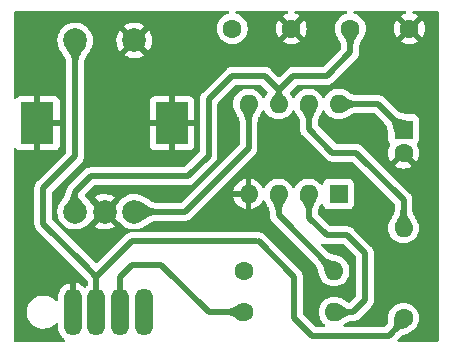
<source format=gbl>
%TF.GenerationSoftware,KiCad,Pcbnew,(6.0.5-0)*%
%TF.CreationDate,2022-05-25T22:38:33-04:00*%
%TF.ProjectId,jv-2080-enc,6a762d32-3038-4302-9d65-6e632e6b6963,1*%
%TF.SameCoordinates,Original*%
%TF.FileFunction,Copper,L2,Bot*%
%TF.FilePolarity,Positive*%
%FSLAX46Y46*%
G04 Gerber Fmt 4.6, Leading zero omitted, Abs format (unit mm)*
G04 Created by KiCad (PCBNEW (6.0.5-0)) date 2022-05-25 22:38:33*
%MOMM*%
%LPD*%
G01*
G04 APERTURE LIST*
%TA.AperFunction,ComponentPad*%
%ADD10C,2.000000*%
%TD*%
%TA.AperFunction,ComponentPad*%
%ADD11R,2.800000X3.600000*%
%TD*%
%TA.AperFunction,ComponentPad*%
%ADD12C,1.600000*%
%TD*%
%TA.AperFunction,ComponentPad*%
%ADD13O,1.600000X1.600000*%
%TD*%
%TA.AperFunction,ComponentPad*%
%ADD14R,1.600000X1.600000*%
%TD*%
%TA.AperFunction,ComponentPad*%
%ADD15O,1.500000X4.000000*%
%TD*%
%TA.AperFunction,Conductor*%
%ADD16C,0.500000*%
%TD*%
G04 APERTURE END LIST*
D10*
%TO.P,SW1,1,S1*%
%TO.N,/SWITCH*%
X128200000Y-87500000D03*
%TO.P,SW1,2,S2*%
%TO.N,GND*%
X133200000Y-87500000D03*
D11*
%TO.P,SW1,3,Chassis*%
X125000000Y-94500000D03*
X136400000Y-94500000D03*
D10*
%TO.P,SW1,A,A*%
%TO.N,/ENC_A_IN*%
X128200000Y-102000000D03*
%TO.P,SW1,B,B*%
%TO.N,/ENC_B_IN*%
X133200000Y-102000000D03*
%TO.P,SW1,C,C*%
%TO.N,GND*%
X130700000Y-102000000D03*
%TD*%
D12*
%TO.P,R1,1*%
%TO.N,Net-(J1-Pad2)*%
X142500000Y-110500000D03*
D13*
%TO.P,R1,2*%
%TO.N,/ENC_A_OUT*%
X150120000Y-110500000D03*
%TD*%
D12*
%TO.P,R2,1*%
%TO.N,Net-(J1-Pad1)*%
X142500000Y-107000000D03*
D13*
%TO.P,R2,2*%
%TO.N,/ENC_B_OUT*%
X150120000Y-107000000D03*
%TD*%
D12*
%TO.P,C2,1*%
%TO.N,/ENC_A_IN*%
X151500000Y-86500000D03*
%TO.P,C2,2*%
%TO.N,GND*%
X156500000Y-86500000D03*
%TD*%
%TO.P,R3,1*%
%TO.N,/SWITCH*%
X156000000Y-111000000D03*
D13*
%TO.P,R3,2*%
%TO.N,/SWITCH_IN*%
X156000000Y-103380000D03*
%TD*%
D14*
%TO.P,U1,1,~{RESET}/PB5*%
%TO.N,unconnected-(U1-Pad1)*%
X150500000Y-100500000D03*
D13*
%TO.P,U1,2,PB3*%
%TO.N,/ENC_A_OUT*%
X147960000Y-100500000D03*
%TO.P,U1,3,PB4*%
%TO.N,/ENC_B_OUT*%
X145420000Y-100500000D03*
%TO.P,U1,4,GND*%
%TO.N,GND*%
X142880000Y-100500000D03*
%TO.P,U1,5,PB0*%
%TO.N,/ENC_B_IN*%
X142880000Y-92880000D03*
%TO.P,U1,6,PB1*%
%TO.N,/ENC_A_IN*%
X145420000Y-92880000D03*
%TO.P,U1,7,PB2*%
%TO.N,/SWITCH_IN*%
X147960000Y-92880000D03*
%TO.P,U1,8,VCC*%
%TO.N,Net-(C1-Pad1)*%
X150500000Y-92880000D03*
%TD*%
D15*
%TO.P,J1,1,Pin_1*%
%TO.N,Net-(J1-Pad1)*%
X134000000Y-110500000D03*
%TO.P,J1,2,Pin_2*%
%TO.N,Net-(J1-Pad2)*%
X132000000Y-110500000D03*
%TO.P,J1,3,Pin_3*%
%TO.N,/SWITCH*%
X130000000Y-110500000D03*
%TO.P,J1,4,Pin_4*%
%TO.N,GND*%
X128000000Y-110500000D03*
%TD*%
D12*
%TO.P,C3,1*%
%TO.N,/ENC_B_IN*%
X141500000Y-86500000D03*
%TO.P,C3,2*%
%TO.N,GND*%
X146500000Y-86500000D03*
%TD*%
D14*
%TO.P,C1,1*%
%TO.N,Net-(C1-Pad1)*%
X156000000Y-95044888D03*
D12*
%TO.P,C1,2*%
%TO.N,GND*%
X156000000Y-97044888D03*
%TD*%
D16*
%TO.N,Net-(C1-Pad1)*%
X153835112Y-92880000D02*
X156000000Y-95044888D01*
X150500000Y-92880000D02*
X153835112Y-92880000D01*
%TO.N,/ENC_A_OUT*%
X149500000Y-104000000D02*
X147997460Y-102497460D01*
X151737460Y-110500000D02*
X152737460Y-109500000D01*
X150547460Y-110500000D02*
X151737460Y-110500000D01*
X152737460Y-105500000D02*
X151237460Y-104000000D01*
X152737460Y-109500000D02*
X152737460Y-105500000D01*
X151237460Y-104000000D02*
X149500000Y-104000000D01*
X147997460Y-102497460D02*
X147997460Y-100800000D01*
%TO.N,/ENC_B_OUT*%
X145420000Y-102300000D02*
X145420000Y-100500000D01*
X150120000Y-107000000D02*
X145420000Y-102300000D01*
%TO.N,/SWITCH*%
X143737460Y-104500000D02*
X146737460Y-107500000D01*
X125500000Y-100000000D02*
X128200000Y-97300000D01*
X154737460Y-112500000D02*
X156237460Y-111000000D01*
X130000000Y-107500000D02*
X129000000Y-106500000D01*
X129000000Y-106500000D02*
X125500000Y-103000000D01*
X130000000Y-110500000D02*
X130000000Y-107500000D01*
X128200000Y-97300000D02*
X128200000Y-87500000D01*
X146737460Y-107500000D02*
X146737460Y-111000000D01*
X146737460Y-111000000D02*
X148237460Y-112500000D01*
X148237460Y-112500000D02*
X154737460Y-112500000D01*
X125500000Y-103000000D02*
X125500000Y-100000000D01*
X133000000Y-104500000D02*
X143500000Y-104500000D01*
X130000000Y-107500000D02*
X133000000Y-104500000D01*
%TO.N,/ENC_A_IN*%
X145457460Y-92842540D02*
X145420000Y-92880000D01*
X151500000Y-88500000D02*
X149500000Y-90500000D01*
X149500000Y-90500000D02*
X146677460Y-90500000D01*
X139500000Y-97250000D02*
X139500000Y-92500000D01*
X144237460Y-90500000D02*
X145457460Y-91720000D01*
X137750000Y-99000000D02*
X139500000Y-97250000D01*
X128200000Y-100300000D02*
X129500000Y-99000000D01*
X141500000Y-90500000D02*
X144237460Y-90500000D01*
X128200000Y-102000000D02*
X128200000Y-100300000D01*
X129500000Y-99000000D02*
X137750000Y-99000000D01*
X151500000Y-86500000D02*
X151500000Y-88500000D01*
X146677460Y-90500000D02*
X145457460Y-91720000D01*
X139500000Y-92500000D02*
X141500000Y-90500000D01*
X145457460Y-91720000D02*
X145457460Y-92842540D01*
%TO.N,/ENC_B_IN*%
X142880000Y-96620000D02*
X142880000Y-92880000D01*
X137500000Y-102000000D02*
X142880000Y-96620000D01*
X133200000Y-102000000D02*
X137500000Y-102000000D01*
%TO.N,Net-(J1-Pad2)*%
X142500000Y-110500000D02*
X139500000Y-110500000D01*
X135500000Y-106500000D02*
X133000000Y-106500000D01*
X132000000Y-107500000D02*
X132000000Y-110500000D01*
X139500000Y-110500000D02*
X135500000Y-106500000D01*
X133000000Y-106500000D02*
X132000000Y-107500000D01*
%TO.N,/SWITCH_IN*%
X156000000Y-103380000D02*
X156000000Y-101000000D01*
X149987460Y-97000000D02*
X147997460Y-95010000D01*
X156000000Y-101000000D02*
X152000000Y-97000000D01*
X152000000Y-97000000D02*
X149987460Y-97000000D01*
X147997460Y-95010000D02*
X147997460Y-93180000D01*
%TD*%
%TA.AperFunction,Conductor*%
%TO.N,/ENC_A_OUT*%
G36*
X147950126Y-100108804D02*
G01*
X148689424Y-100808879D01*
X148693075Y-100817054D01*
X148692001Y-100822278D01*
X148627517Y-100961925D01*
X148627251Y-100962465D01*
X148561171Y-101088155D01*
X148560985Y-101088495D01*
X148527475Y-101147405D01*
X148497859Y-101199469D01*
X148438982Y-101302084D01*
X148438933Y-101302176D01*
X148438920Y-101302200D01*
X148421698Y-101334702D01*
X148385707Y-101402624D01*
X148339296Y-101507539D01*
X148301006Y-101623283D01*
X148272097Y-101756306D01*
X148272062Y-101756605D01*
X148272062Y-101756606D01*
X148266950Y-101800470D01*
X148253829Y-101913061D01*
X148248533Y-102068516D01*
X148247845Y-102088698D01*
X148244139Y-102096850D01*
X148236152Y-102100000D01*
X147758746Y-102100000D01*
X147750473Y-102096573D01*
X147747054Y-102088721D01*
X147740971Y-101919926D01*
X147740962Y-101919675D01*
X147722179Y-101768553D01*
X147719379Y-101756606D01*
X147692251Y-101640894D01*
X147692250Y-101640890D01*
X147692172Y-101640558D01*
X147652004Y-101529618D01*
X147602736Y-101429660D01*
X147545432Y-101334608D01*
X147481154Y-101238391D01*
X147454722Y-101199431D01*
X147411044Y-101135051D01*
X147410883Y-101134807D01*
X147336076Y-101018398D01*
X147335793Y-101017935D01*
X147261301Y-100889265D01*
X147260122Y-100880388D01*
X147262624Y-100875696D01*
X147933278Y-100109592D01*
X147941305Y-100105625D01*
X147950126Y-100108804D01*
G37*
%TD.AperFunction*%
%TD*%
%TA.AperFunction,Conductor*%
%TO.N,/ENC_A_IN*%
G36*
X145704502Y-91723427D02*
G01*
X145707919Y-91731222D01*
X145710782Y-91801251D01*
X145720158Y-91876353D01*
X145720211Y-91876603D01*
X145731653Y-91930764D01*
X145734706Y-91945218D01*
X145753539Y-92007759D01*
X145775776Y-92063889D01*
X145800530Y-92113523D01*
X145826919Y-92156572D01*
X145854058Y-92192951D01*
X145881063Y-92222573D01*
X145881305Y-92222785D01*
X145881311Y-92222791D01*
X145900322Y-92239453D01*
X145904285Y-92247483D01*
X145903121Y-92253390D01*
X145413339Y-93255277D01*
X145406628Y-93261203D01*
X145397690Y-93260648D01*
X145391887Y-93254280D01*
X144996959Y-92211325D01*
X144997234Y-92202375D01*
X145001009Y-92197728D01*
X145009362Y-92191639D01*
X145020231Y-92183715D01*
X145027886Y-92176645D01*
X145048106Y-92157971D01*
X145048111Y-92157966D01*
X145048335Y-92157759D01*
X145049195Y-92156785D01*
X145076881Y-92125409D01*
X145077062Y-92125204D01*
X145105362Y-92086137D01*
X145132187Y-92040649D01*
X145156488Y-91988829D01*
X145177214Y-91930764D01*
X145190796Y-91876603D01*
X145193249Y-91866821D01*
X145193318Y-91866545D01*
X145193361Y-91866258D01*
X145203706Y-91796554D01*
X145203707Y-91796545D01*
X145203749Y-91796261D01*
X145206918Y-91731130D01*
X145210743Y-91723035D01*
X145218604Y-91720000D01*
X145696229Y-91720000D01*
X145704502Y-91723427D01*
G37*
%TD.AperFunction*%
%TD*%
%TA.AperFunction,Conductor*%
%TO.N,/SWITCH*%
G36*
X128208433Y-87008769D02*
G01*
X129094131Y-87929786D01*
X129097396Y-87938125D01*
X129096038Y-87943370D01*
X129004663Y-88115959D01*
X129004278Y-88116633D01*
X128910350Y-88268718D01*
X128910057Y-88269168D01*
X128819327Y-88402041D01*
X128819247Y-88402157D01*
X128733742Y-88524174D01*
X128655678Y-88643456D01*
X128587161Y-88768297D01*
X128530262Y-88907034D01*
X128530169Y-88907379D01*
X128530167Y-88907386D01*
X128487143Y-89067670D01*
X128487053Y-89068006D01*
X128459608Y-89259548D01*
X128459596Y-89259847D01*
X128450467Y-89478787D01*
X128446698Y-89486911D01*
X128438777Y-89490000D01*
X127961222Y-89490000D01*
X127952949Y-89486573D01*
X127949532Y-89478787D01*
X127940403Y-89259847D01*
X127940391Y-89259548D01*
X127912946Y-89068006D01*
X127912856Y-89067670D01*
X127869832Y-88907386D01*
X127869830Y-88907379D01*
X127869737Y-88907034D01*
X127812838Y-88768297D01*
X127744321Y-88643456D01*
X127666257Y-88524174D01*
X127580752Y-88402157D01*
X127580672Y-88402041D01*
X127489942Y-88269168D01*
X127489649Y-88268718D01*
X127395717Y-88116627D01*
X127395332Y-88115953D01*
X127303961Y-87943371D01*
X127303118Y-87934456D01*
X127305868Y-87929787D01*
X128191567Y-87008769D01*
X128199771Y-87005181D01*
X128208433Y-87008769D01*
G37*
%TD.AperFunction*%
%TD*%
%TA.AperFunction,Conductor*%
%TO.N,Net-(J1-Pad2)*%
G36*
X132246959Y-109013427D02*
G01*
X132250379Y-109021308D01*
X132255706Y-109180231D01*
X132272177Y-109323243D01*
X132298443Y-109444751D01*
X132333533Y-109550466D01*
X132376475Y-109646104D01*
X132426299Y-109737376D01*
X132426353Y-109737466D01*
X132482035Y-109829996D01*
X132542636Y-109929557D01*
X132542785Y-109929809D01*
X132607219Y-110041898D01*
X132607471Y-110042359D01*
X132671156Y-110165641D01*
X132671908Y-110174564D01*
X132669194Y-110179121D01*
X132008433Y-110866231D01*
X132000229Y-110869819D01*
X131991567Y-110866231D01*
X131330806Y-110179121D01*
X131327541Y-110170782D01*
X131328844Y-110165641D01*
X131392528Y-110042359D01*
X131392780Y-110041898D01*
X131457214Y-109929809D01*
X131457363Y-109929557D01*
X131517964Y-109829996D01*
X131573646Y-109737466D01*
X131573700Y-109737376D01*
X131623524Y-109646104D01*
X131666466Y-109550466D01*
X131701556Y-109444751D01*
X131727822Y-109323243D01*
X131744293Y-109180231D01*
X131749621Y-109021308D01*
X131753323Y-109013154D01*
X131761314Y-109010000D01*
X132238686Y-109010000D01*
X132246959Y-109013427D01*
G37*
%TD.AperFunction*%
%TD*%
%TA.AperFunction,Conductor*%
%TO.N,/ENC_B_OUT*%
G36*
X145428433Y-100108769D02*
G01*
X146134178Y-100842657D01*
X146137443Y-100850996D01*
X146136126Y-100856162D01*
X146067514Y-100988145D01*
X146066901Y-100989324D01*
X146066616Y-100989839D01*
X145996289Y-101109930D01*
X145996114Y-101110220D01*
X145929465Y-101216488D01*
X145867770Y-101315009D01*
X145867735Y-101315071D01*
X145867723Y-101315090D01*
X145832034Y-101377424D01*
X145812300Y-101411889D01*
X145764246Y-101513367D01*
X145764146Y-101513652D01*
X145764143Y-101513659D01*
X145724907Y-101625371D01*
X145724905Y-101625379D01*
X145724799Y-101625680D01*
X145695148Y-101755065D01*
X145676485Y-101907759D01*
X145676476Y-101907999D01*
X145676476Y-101908005D01*
X145670402Y-102078716D01*
X145666683Y-102086862D01*
X145658709Y-102090000D01*
X145181291Y-102090000D01*
X145173018Y-102086573D01*
X145169598Y-102078716D01*
X145163523Y-101908005D01*
X145163523Y-101907999D01*
X145163514Y-101907759D01*
X145144851Y-101755065D01*
X145115200Y-101625680D01*
X145115094Y-101625379D01*
X145115092Y-101625371D01*
X145075856Y-101513659D01*
X145075853Y-101513652D01*
X145075753Y-101513367D01*
X145027699Y-101411889D01*
X145007965Y-101377424D01*
X144972276Y-101315090D01*
X144972264Y-101315071D01*
X144972229Y-101315009D01*
X144910534Y-101216488D01*
X144843885Y-101110220D01*
X144843710Y-101109930D01*
X144773383Y-100989839D01*
X144773098Y-100989324D01*
X144703874Y-100856164D01*
X144703098Y-100847242D01*
X144705822Y-100842657D01*
X145411567Y-100108769D01*
X145419771Y-100105181D01*
X145428433Y-100108769D01*
G37*
%TD.AperFunction*%
%TD*%
%TA.AperFunction,Conductor*%
%TO.N,/ENC_A_IN*%
G36*
X128244131Y-99919868D02*
G01*
X128581520Y-100257257D01*
X128584947Y-100265530D01*
X128582400Y-100272818D01*
X128476703Y-100405572D01*
X128476130Y-100406292D01*
X128475807Y-100407155D01*
X128427570Y-100536000D01*
X128427570Y-100536003D01*
X128427164Y-100537086D01*
X128431738Y-100660120D01*
X128432119Y-100661062D01*
X128432119Y-100661063D01*
X128479335Y-100777890D01*
X128479578Y-100778491D01*
X128479945Y-100779021D01*
X128479947Y-100779025D01*
X128554647Y-100886961D01*
X128560413Y-100895293D01*
X128663972Y-101013622D01*
X128664048Y-101013702D01*
X128664062Y-101013718D01*
X128779903Y-101136489D01*
X128780057Y-101136655D01*
X128883032Y-101250504D01*
X128897877Y-101266916D01*
X128898434Y-101267579D01*
X129007809Y-101408132D01*
X129008650Y-101409369D01*
X129095482Y-101556458D01*
X129096737Y-101565325D01*
X129093840Y-101570516D01*
X128210715Y-102488858D01*
X128202511Y-102492446D01*
X128194172Y-102489181D01*
X128192187Y-102486662D01*
X127497149Y-101300158D01*
X127495924Y-101291287D01*
X127498428Y-101286552D01*
X127615222Y-101152705D01*
X127615225Y-101152701D01*
X127615506Y-101152379D01*
X127615733Y-101152024D01*
X127615738Y-101152017D01*
X127701210Y-101018216D01*
X127701214Y-101018209D01*
X127701438Y-101017858D01*
X127703351Y-101013622D01*
X127760278Y-100887576D01*
X127760281Y-100887569D01*
X127760413Y-100887276D01*
X127802157Y-100758582D01*
X127836394Y-100629723D01*
X127872738Y-100499047D01*
X127872991Y-100498249D01*
X127905565Y-100407155D01*
X127921021Y-100363929D01*
X127921550Y-100362684D01*
X127990964Y-100222334D01*
X127991759Y-100220967D01*
X128092342Y-100072214D01*
X128093287Y-100070997D01*
X128110730Y-100051364D01*
X128227113Y-99920369D01*
X128235168Y-99916461D01*
X128244131Y-99919868D01*
G37*
%TD.AperFunction*%
%TD*%
%TA.AperFunction,Conductor*%
%TO.N,/SWITCH*%
G36*
X130246959Y-109013427D02*
G01*
X130250379Y-109021308D01*
X130255706Y-109180231D01*
X130272177Y-109323243D01*
X130298443Y-109444751D01*
X130333533Y-109550466D01*
X130376475Y-109646104D01*
X130426299Y-109737376D01*
X130426353Y-109737466D01*
X130482035Y-109829996D01*
X130542636Y-109929557D01*
X130542785Y-109929809D01*
X130607219Y-110041898D01*
X130607471Y-110042359D01*
X130671156Y-110165641D01*
X130671908Y-110174564D01*
X130669194Y-110179121D01*
X130008433Y-110866231D01*
X130000229Y-110869819D01*
X129991567Y-110866231D01*
X129330806Y-110179121D01*
X129327541Y-110170782D01*
X129328844Y-110165641D01*
X129392528Y-110042359D01*
X129392780Y-110041898D01*
X129457214Y-109929809D01*
X129457363Y-109929557D01*
X129517964Y-109829996D01*
X129573646Y-109737466D01*
X129573700Y-109737376D01*
X129623524Y-109646104D01*
X129666466Y-109550466D01*
X129701556Y-109444751D01*
X129727822Y-109323243D01*
X129744293Y-109180231D01*
X129749621Y-109021308D01*
X129753323Y-109013154D01*
X129761314Y-109010000D01*
X130238686Y-109010000D01*
X130246959Y-109013427D01*
G37*
%TD.AperFunction*%
%TD*%
%TA.AperFunction,Conductor*%
%TO.N,/SWITCH_IN*%
G36*
X156246982Y-101793427D02*
G01*
X156250401Y-101801283D01*
X156256485Y-101972240D01*
X156275148Y-102124934D01*
X156304799Y-102254319D01*
X156304905Y-102254620D01*
X156304907Y-102254628D01*
X156344143Y-102366340D01*
X156344246Y-102366632D01*
X156392300Y-102468110D01*
X156392416Y-102468312D01*
X156447723Y-102564909D01*
X156447735Y-102564928D01*
X156447770Y-102564990D01*
X156447818Y-102565066D01*
X156509465Y-102663511D01*
X156576105Y-102769765D01*
X156576289Y-102770069D01*
X156646616Y-102890160D01*
X156646901Y-102890675D01*
X156716126Y-103023836D01*
X156716902Y-103032757D01*
X156714178Y-103037343D01*
X156008433Y-103771231D01*
X156000229Y-103774819D01*
X155991567Y-103771231D01*
X155285822Y-103037343D01*
X155282557Y-103029004D01*
X155283874Y-103023836D01*
X155353098Y-102890675D01*
X155353383Y-102890160D01*
X155423710Y-102770069D01*
X155423894Y-102769765D01*
X155490534Y-102663511D01*
X155552181Y-102565066D01*
X155552229Y-102564990D01*
X155552264Y-102564928D01*
X155552276Y-102564909D01*
X155607583Y-102468312D01*
X155607699Y-102468110D01*
X155655753Y-102366632D01*
X155655856Y-102366340D01*
X155695092Y-102254628D01*
X155695094Y-102254620D01*
X155695200Y-102254319D01*
X155724851Y-102124934D01*
X155743514Y-101972240D01*
X155749598Y-101801283D01*
X155753317Y-101793138D01*
X155761291Y-101790000D01*
X156238709Y-101790000D01*
X156246982Y-101793427D01*
G37*
%TD.AperFunction*%
%TD*%
%TA.AperFunction,Conductor*%
%TO.N,Net-(C1-Pad1)*%
G36*
X150856162Y-92163874D02*
G01*
X150988520Y-92232680D01*
X150989324Y-92233098D01*
X150989838Y-92233383D01*
X151109945Y-92303719D01*
X151110220Y-92303885D01*
X151216488Y-92370534D01*
X151315009Y-92432229D01*
X151315071Y-92432264D01*
X151315090Y-92432276D01*
X151377424Y-92467965D01*
X151411889Y-92487699D01*
X151453526Y-92507416D01*
X151513083Y-92535619D01*
X151513091Y-92535622D01*
X151513367Y-92535753D01*
X151513652Y-92535853D01*
X151513659Y-92535856D01*
X151625371Y-92575092D01*
X151625379Y-92575094D01*
X151625680Y-92575200D01*
X151625994Y-92575272D01*
X151626001Y-92575274D01*
X151754775Y-92604785D01*
X151754783Y-92604786D01*
X151755065Y-92604851D01*
X151907759Y-92623514D01*
X151907999Y-92623523D01*
X151908005Y-92623523D01*
X151972837Y-92625830D01*
X152078717Y-92629598D01*
X152086862Y-92633317D01*
X152090000Y-92641291D01*
X152090000Y-93118709D01*
X152086573Y-93126982D01*
X152078717Y-93130401D01*
X151967368Y-93134364D01*
X151908005Y-93136476D01*
X151907999Y-93136476D01*
X151907759Y-93136485D01*
X151755065Y-93155148D01*
X151754783Y-93155213D01*
X151754775Y-93155214D01*
X151626001Y-93184725D01*
X151625994Y-93184727D01*
X151625680Y-93184799D01*
X151625379Y-93184905D01*
X151625371Y-93184907D01*
X151513659Y-93224143D01*
X151513652Y-93224146D01*
X151513367Y-93224246D01*
X151513091Y-93224377D01*
X151513083Y-93224380D01*
X151453526Y-93252583D01*
X151411889Y-93272300D01*
X151377424Y-93292034D01*
X151315090Y-93327723D01*
X151315071Y-93327735D01*
X151315009Y-93327770D01*
X151216488Y-93389465D01*
X151110234Y-93456105D01*
X151109945Y-93456280D01*
X150989839Y-93526616D01*
X150989324Y-93526901D01*
X150856163Y-93596126D01*
X150847243Y-93596902D01*
X150842657Y-93594178D01*
X150508064Y-93272416D01*
X150108769Y-92888433D01*
X150105181Y-92880229D01*
X150108769Y-92871567D01*
X150386085Y-92604886D01*
X150842657Y-92165822D01*
X150850996Y-92162557D01*
X150856162Y-92163874D01*
G37*
%TD.AperFunction*%
%TD*%
%TA.AperFunction,Conductor*%
%TO.N,/ENC_B_OUT*%
G36*
X149180741Y-105706619D02*
G01*
X149305927Y-105823201D01*
X149427095Y-105917975D01*
X149539549Y-105988498D01*
X149646860Y-106040021D01*
X149647142Y-106040122D01*
X149647145Y-106040123D01*
X149752372Y-106077719D01*
X149752379Y-106077721D01*
X149752594Y-106077798D01*
X149860322Y-106107080D01*
X149973612Y-106133120D01*
X150095858Y-106161129D01*
X150096172Y-106161206D01*
X150190071Y-106185745D01*
X150230857Y-106196404D01*
X150231424Y-106196567D01*
X150374531Y-106241777D01*
X150381387Y-106247537D01*
X150382704Y-106252705D01*
X150402604Y-107270677D01*
X150399339Y-107279016D01*
X150390677Y-107282604D01*
X149372705Y-107262704D01*
X149364501Y-107259116D01*
X149361777Y-107254531D01*
X149316567Y-107111424D01*
X149316404Y-107110857D01*
X149281209Y-106976186D01*
X149281125Y-106975841D01*
X149253120Y-106853612D01*
X149227106Y-106740435D01*
X149227106Y-106740434D01*
X149227080Y-106740322D01*
X149197798Y-106632594D01*
X149160021Y-106526860D01*
X149108498Y-106419549D01*
X149037975Y-106307095D01*
X148943201Y-106185927D01*
X148826619Y-106060741D01*
X148823488Y-106052351D01*
X148826908Y-106044494D01*
X149164494Y-105706908D01*
X149172767Y-105703481D01*
X149180741Y-105706619D01*
G37*
%TD.AperFunction*%
%TD*%
%TA.AperFunction,Conductor*%
%TO.N,/ENC_A_IN*%
G36*
X151508433Y-86108769D02*
G01*
X152214178Y-86842657D01*
X152217443Y-86850996D01*
X152216126Y-86856162D01*
X152147514Y-86988145D01*
X152146901Y-86989324D01*
X152146616Y-86989839D01*
X152076289Y-87109930D01*
X152076114Y-87110220D01*
X152009465Y-87216488D01*
X151947770Y-87315009D01*
X151947735Y-87315071D01*
X151947723Y-87315090D01*
X151912034Y-87377424D01*
X151892300Y-87411889D01*
X151844246Y-87513367D01*
X151844146Y-87513652D01*
X151844143Y-87513659D01*
X151804907Y-87625371D01*
X151804905Y-87625379D01*
X151804799Y-87625680D01*
X151775148Y-87755065D01*
X151756485Y-87907759D01*
X151756476Y-87907999D01*
X151756476Y-87908005D01*
X151750402Y-88078716D01*
X151746683Y-88086862D01*
X151738709Y-88090000D01*
X151261291Y-88090000D01*
X151253018Y-88086573D01*
X151249598Y-88078716D01*
X151243523Y-87908005D01*
X151243523Y-87907999D01*
X151243514Y-87907759D01*
X151224851Y-87755065D01*
X151195200Y-87625680D01*
X151195094Y-87625379D01*
X151195092Y-87625371D01*
X151155856Y-87513659D01*
X151155853Y-87513652D01*
X151155753Y-87513367D01*
X151107699Y-87411889D01*
X151087965Y-87377424D01*
X151052276Y-87315090D01*
X151052264Y-87315071D01*
X151052229Y-87315009D01*
X150990534Y-87216488D01*
X150923885Y-87110220D01*
X150923710Y-87109930D01*
X150853383Y-86989839D01*
X150853098Y-86989324D01*
X150783874Y-86856164D01*
X150783098Y-86847242D01*
X150785822Y-86842657D01*
X151491567Y-86108769D01*
X151499771Y-86105181D01*
X151508433Y-86108769D01*
G37*
%TD.AperFunction*%
%TD*%
%TA.AperFunction,Conductor*%
%TO.N,/ENC_B_IN*%
G36*
X142888433Y-92488769D02*
G01*
X143594178Y-93222657D01*
X143597443Y-93230996D01*
X143596126Y-93236162D01*
X143527514Y-93368145D01*
X143526901Y-93369324D01*
X143526616Y-93369839D01*
X143456289Y-93489930D01*
X143456114Y-93490220D01*
X143389465Y-93596488D01*
X143327770Y-93695009D01*
X143327735Y-93695071D01*
X143327723Y-93695090D01*
X143292034Y-93757424D01*
X143272300Y-93791889D01*
X143224246Y-93893367D01*
X143224146Y-93893652D01*
X143224143Y-93893659D01*
X143184907Y-94005371D01*
X143184905Y-94005379D01*
X143184799Y-94005680D01*
X143155148Y-94135065D01*
X143136485Y-94287759D01*
X143136476Y-94287999D01*
X143136476Y-94288005D01*
X143130402Y-94458716D01*
X143126683Y-94466862D01*
X143118709Y-94470000D01*
X142641291Y-94470000D01*
X142633018Y-94466573D01*
X142629598Y-94458716D01*
X142623523Y-94288005D01*
X142623523Y-94287999D01*
X142623514Y-94287759D01*
X142604851Y-94135065D01*
X142575200Y-94005680D01*
X142575094Y-94005379D01*
X142575092Y-94005371D01*
X142535856Y-93893659D01*
X142535853Y-93893652D01*
X142535753Y-93893367D01*
X142487699Y-93791889D01*
X142467965Y-93757424D01*
X142432276Y-93695090D01*
X142432264Y-93695071D01*
X142432229Y-93695009D01*
X142370534Y-93596488D01*
X142303885Y-93490220D01*
X142303710Y-93489930D01*
X142233383Y-93369839D01*
X142233098Y-93369324D01*
X142163874Y-93236164D01*
X142163098Y-93227242D01*
X142165822Y-93222657D01*
X142871567Y-92488769D01*
X142879771Y-92485181D01*
X142888433Y-92488769D01*
G37*
%TD.AperFunction*%
%TD*%
%TA.AperFunction,Conductor*%
%TO.N,/ENC_B_IN*%
G36*
X133643371Y-101103961D02*
G01*
X133815953Y-101195332D01*
X133816627Y-101195717D01*
X133968718Y-101289649D01*
X133969168Y-101289942D01*
X134102041Y-101380672D01*
X134102157Y-101380752D01*
X134224174Y-101466257D01*
X134224237Y-101466299D01*
X134224247Y-101466305D01*
X134343266Y-101544197D01*
X134343272Y-101544201D01*
X134343456Y-101544321D01*
X134468297Y-101612838D01*
X134607034Y-101669737D01*
X134607379Y-101669830D01*
X134607386Y-101669832D01*
X134767670Y-101712856D01*
X134767673Y-101712857D01*
X134768006Y-101712946D01*
X134835696Y-101722645D01*
X134959253Y-101740349D01*
X134959258Y-101740349D01*
X134959548Y-101740391D01*
X135178788Y-101749533D01*
X135186911Y-101753301D01*
X135190000Y-101761222D01*
X135190000Y-102238777D01*
X135186573Y-102247050D01*
X135178787Y-102250467D01*
X135066316Y-102255157D01*
X134959548Y-102259608D01*
X134959258Y-102259650D01*
X134959253Y-102259650D01*
X134835696Y-102277354D01*
X134768006Y-102287053D01*
X134767673Y-102287142D01*
X134767670Y-102287143D01*
X134607386Y-102330167D01*
X134607379Y-102330169D01*
X134607034Y-102330262D01*
X134468297Y-102387161D01*
X134343456Y-102455678D01*
X134343272Y-102455798D01*
X134343266Y-102455802D01*
X134224247Y-102533694D01*
X134224174Y-102533742D01*
X134224108Y-102533788D01*
X134224101Y-102533793D01*
X134102157Y-102619247D01*
X134102041Y-102619327D01*
X133969168Y-102710057D01*
X133968718Y-102710350D01*
X133816633Y-102804278D01*
X133815959Y-102804663D01*
X133643370Y-102896038D01*
X133634455Y-102896881D01*
X133629786Y-102894131D01*
X133343973Y-102619278D01*
X132708769Y-102008433D01*
X132705181Y-102000229D01*
X132708769Y-101991567D01*
X132948300Y-101761222D01*
X133629787Y-101105868D01*
X133638126Y-101102603D01*
X133643371Y-101103961D01*
G37*
%TD.AperFunction*%
%TD*%
%TA.AperFunction,Conductor*%
%TO.N,/SWITCH*%
G36*
X156196584Y-110657603D02*
G01*
X156202305Y-110665030D01*
X156448091Y-111651924D01*
X156448331Y-111652889D01*
X156447005Y-111661746D01*
X156443139Y-111665663D01*
X156317286Y-111743620D01*
X156316380Y-111744127D01*
X156195393Y-111804947D01*
X156194581Y-111805318D01*
X156104002Y-111842381D01*
X156082175Y-111851312D01*
X156081632Y-111851518D01*
X155974738Y-111889175D01*
X155974646Y-111889207D01*
X155870378Y-111924966D01*
X155870262Y-111925011D01*
X155870242Y-111925018D01*
X155811937Y-111947522D01*
X155766049Y-111965233D01*
X155658772Y-112016484D01*
X155545615Y-112085214D01*
X155423647Y-112177913D01*
X155423446Y-112178098D01*
X155423445Y-112178099D01*
X155298197Y-112293468D01*
X155289790Y-112296552D01*
X155281997Y-112293135D01*
X154944273Y-111955411D01*
X154940846Y-111947138D01*
X154943889Y-111939267D01*
X155031975Y-111842381D01*
X155031976Y-111842380D01*
X155032204Y-111842129D01*
X155032398Y-111841858D01*
X155032402Y-111841853D01*
X155101760Y-111744926D01*
X155102002Y-111744588D01*
X155142880Y-111665663D01*
X155149550Y-111652785D01*
X155149552Y-111652780D01*
X155149765Y-111652369D01*
X155179479Y-111562944D01*
X155195131Y-111473784D01*
X155200708Y-111382360D01*
X155200196Y-111286144D01*
X155197583Y-111182607D01*
X155196858Y-111069487D01*
X155196868Y-111068934D01*
X155201657Y-110951861D01*
X155205419Y-110943735D01*
X155210078Y-110941105D01*
X155672104Y-110806657D01*
X156187684Y-110656624D01*
X156196584Y-110657603D01*
G37*
%TD.AperFunction*%
%TD*%
%TA.AperFunction,Conductor*%
%TO.N,Net-(J1-Pad2)*%
G36*
X142157343Y-109785822D02*
G01*
X142613916Y-110224886D01*
X142891231Y-110491567D01*
X142894819Y-110499771D01*
X142891231Y-110508433D01*
X142491936Y-110892416D01*
X142157343Y-111214178D01*
X142149004Y-111217443D01*
X142143838Y-111216126D01*
X142010675Y-111146901D01*
X142010160Y-111146616D01*
X141890054Y-111076280D01*
X141889765Y-111076105D01*
X141783511Y-111009465D01*
X141684990Y-110947770D01*
X141684928Y-110947735D01*
X141684909Y-110947723D01*
X141622575Y-110912034D01*
X141588110Y-110892300D01*
X141546473Y-110872583D01*
X141486916Y-110844380D01*
X141486908Y-110844377D01*
X141486632Y-110844246D01*
X141486347Y-110844146D01*
X141486340Y-110844143D01*
X141374628Y-110804907D01*
X141374620Y-110804905D01*
X141374319Y-110804799D01*
X141374005Y-110804727D01*
X141373998Y-110804725D01*
X141245224Y-110775214D01*
X141245216Y-110775213D01*
X141244934Y-110775148D01*
X141092240Y-110756485D01*
X141092000Y-110756476D01*
X141091994Y-110756476D01*
X141032453Y-110754357D01*
X140921283Y-110750402D01*
X140913138Y-110746683D01*
X140910000Y-110738709D01*
X140910000Y-110261291D01*
X140913427Y-110253018D01*
X140921283Y-110249598D01*
X141026947Y-110245838D01*
X141091994Y-110243523D01*
X141092000Y-110243523D01*
X141092240Y-110243514D01*
X141244934Y-110224851D01*
X141245216Y-110224786D01*
X141245224Y-110224785D01*
X141373998Y-110195274D01*
X141374005Y-110195272D01*
X141374319Y-110195200D01*
X141374620Y-110195094D01*
X141374628Y-110195092D01*
X141486340Y-110155856D01*
X141486347Y-110155853D01*
X141486632Y-110155753D01*
X141486908Y-110155622D01*
X141486916Y-110155619D01*
X141546473Y-110127416D01*
X141588110Y-110107699D01*
X141622575Y-110087965D01*
X141684909Y-110052276D01*
X141684928Y-110052264D01*
X141684990Y-110052229D01*
X141783511Y-109990534D01*
X141889779Y-109923885D01*
X141890054Y-109923719D01*
X142010161Y-109853383D01*
X142010675Y-109853098D01*
X142011246Y-109852801D01*
X142143837Y-109783874D01*
X142152758Y-109783098D01*
X142157343Y-109785822D01*
G37*
%TD.AperFunction*%
%TD*%
%TA.AperFunction,Conductor*%
%TO.N,GND*%
G36*
X141198494Y-85019685D02*
G01*
X141244249Y-85072489D01*
X141254193Y-85141647D01*
X141225168Y-85205203D01*
X141163548Y-85243775D01*
X141053504Y-85273261D01*
X141048600Y-85275548D01*
X141048594Y-85275550D01*
X140868239Y-85359652D01*
X140847266Y-85369432D01*
X140842829Y-85372539D01*
X140842827Y-85372540D01*
X140665296Y-85496847D01*
X140665292Y-85496851D01*
X140660861Y-85499953D01*
X140499953Y-85660861D01*
X140496851Y-85665292D01*
X140496847Y-85665296D01*
X140372540Y-85842827D01*
X140369432Y-85847266D01*
X140367142Y-85852177D01*
X140275550Y-86048594D01*
X140275548Y-86048600D01*
X140273261Y-86053504D01*
X140214365Y-86273308D01*
X140213894Y-86278693D01*
X140213893Y-86278698D01*
X140203382Y-86398842D01*
X140194532Y-86500000D01*
X140195004Y-86505395D01*
X140201319Y-86577571D01*
X140214365Y-86726692D01*
X140273261Y-86946496D01*
X140275548Y-86951400D01*
X140275550Y-86951406D01*
X140359652Y-87131761D01*
X140369432Y-87152734D01*
X140372539Y-87157171D01*
X140372540Y-87157173D01*
X140496847Y-87334704D01*
X140496851Y-87334708D01*
X140499953Y-87339139D01*
X140660861Y-87500047D01*
X140665292Y-87503149D01*
X140665296Y-87503153D01*
X140773534Y-87578941D01*
X140847266Y-87630568D01*
X140852177Y-87632858D01*
X141048594Y-87724450D01*
X141048600Y-87724452D01*
X141053504Y-87726739D01*
X141273308Y-87785635D01*
X141278693Y-87786106D01*
X141278698Y-87786107D01*
X141494605Y-87804996D01*
X141500000Y-87805468D01*
X141505395Y-87804996D01*
X141721302Y-87786107D01*
X141721307Y-87786106D01*
X141726692Y-87785635D01*
X141946496Y-87726739D01*
X141951400Y-87724452D01*
X141951406Y-87724450D01*
X142147823Y-87632858D01*
X142152734Y-87630568D01*
X142226466Y-87578941D01*
X142227803Y-87578005D01*
X145780808Y-87578005D01*
X145789956Y-87589829D01*
X145843079Y-87627026D01*
X145852425Y-87632423D01*
X146048769Y-87723979D01*
X146058902Y-87727668D01*
X146268163Y-87783739D01*
X146278794Y-87785613D01*
X146494605Y-87804494D01*
X146505395Y-87804494D01*
X146721206Y-87785613D01*
X146731837Y-87783739D01*
X146941098Y-87727668D01*
X146951231Y-87723979D01*
X147147575Y-87632423D01*
X147156921Y-87627026D01*
X147210867Y-87589252D01*
X147219110Y-87578941D01*
X147212154Y-87565708D01*
X146512607Y-86866160D01*
X146498887Y-86858668D01*
X146497082Y-86858797D01*
X146490573Y-86862980D01*
X145787135Y-87566419D01*
X145780808Y-87578005D01*
X142227803Y-87578005D01*
X142334704Y-87503153D01*
X142334708Y-87503149D01*
X142339139Y-87500047D01*
X142500047Y-87339139D01*
X142503149Y-87334708D01*
X142503153Y-87334704D01*
X142627460Y-87157173D01*
X142627461Y-87157171D01*
X142630568Y-87152734D01*
X142640348Y-87131761D01*
X142724450Y-86951406D01*
X142724452Y-86951400D01*
X142726739Y-86946496D01*
X142785635Y-86726692D01*
X142798682Y-86577571D01*
X142804996Y-86505395D01*
X145195506Y-86505395D01*
X145214387Y-86721206D01*
X145216261Y-86731837D01*
X145272332Y-86941098D01*
X145276021Y-86951231D01*
X145367577Y-87147575D01*
X145372974Y-87156921D01*
X145410748Y-87210867D01*
X145421059Y-87219110D01*
X145434292Y-87212154D01*
X146133840Y-86512607D01*
X146140116Y-86501113D01*
X146858668Y-86501113D01*
X146858797Y-86502918D01*
X146862980Y-86509427D01*
X147566419Y-87212865D01*
X147578005Y-87219192D01*
X147589829Y-87210044D01*
X147627026Y-87156921D01*
X147632423Y-87147575D01*
X147723979Y-86951231D01*
X147727668Y-86941098D01*
X147783739Y-86731837D01*
X147785613Y-86721206D01*
X147804494Y-86505395D01*
X147804494Y-86494605D01*
X147785613Y-86278794D01*
X147783739Y-86268163D01*
X147727668Y-86058902D01*
X147723979Y-86048769D01*
X147632423Y-85852425D01*
X147627026Y-85843079D01*
X147589252Y-85789133D01*
X147578941Y-85780890D01*
X147565708Y-85787846D01*
X146866160Y-86487393D01*
X146858668Y-86501113D01*
X146140116Y-86501113D01*
X146141332Y-86498887D01*
X146141203Y-86497082D01*
X146137020Y-86490573D01*
X145433581Y-85787135D01*
X145421995Y-85780808D01*
X145410171Y-85789956D01*
X145372974Y-85843079D01*
X145367577Y-85852425D01*
X145276021Y-86048769D01*
X145272332Y-86058902D01*
X145216261Y-86268163D01*
X145214387Y-86278794D01*
X145195506Y-86494605D01*
X145195506Y-86505395D01*
X142804996Y-86505395D01*
X142805468Y-86500000D01*
X142796618Y-86398842D01*
X142786107Y-86278698D01*
X142786106Y-86278693D01*
X142785635Y-86273308D01*
X142726739Y-86053504D01*
X142724452Y-86048600D01*
X142724450Y-86048594D01*
X142632858Y-85852177D01*
X142630568Y-85847266D01*
X142627460Y-85842827D01*
X142503153Y-85665296D01*
X142503149Y-85665292D01*
X142500047Y-85660861D01*
X142339139Y-85499953D01*
X142334708Y-85496851D01*
X142334704Y-85496847D01*
X142157173Y-85372540D01*
X142157171Y-85372539D01*
X142152734Y-85369432D01*
X142131761Y-85359652D01*
X141951406Y-85275550D01*
X141951400Y-85275548D01*
X141946496Y-85273261D01*
X141836452Y-85243775D01*
X141776791Y-85207410D01*
X141746262Y-85144563D01*
X141754557Y-85075188D01*
X141799042Y-85021310D01*
X141868545Y-85000000D01*
X146133385Y-85000000D01*
X146200424Y-85019685D01*
X146246179Y-85072489D01*
X146256123Y-85141647D01*
X146227098Y-85205203D01*
X146165479Y-85243775D01*
X146058902Y-85272332D01*
X146048769Y-85276021D01*
X145852425Y-85367577D01*
X145843079Y-85372974D01*
X145789133Y-85410748D01*
X145780890Y-85421059D01*
X145787846Y-85434292D01*
X146487393Y-86133840D01*
X146501113Y-86141332D01*
X146502918Y-86141203D01*
X146509427Y-86137020D01*
X147212865Y-85433581D01*
X147219192Y-85421995D01*
X147210044Y-85410171D01*
X147156921Y-85372974D01*
X147147575Y-85367577D01*
X146951231Y-85276021D01*
X146941098Y-85272332D01*
X146834521Y-85243775D01*
X146774861Y-85207410D01*
X146744332Y-85144563D01*
X146752627Y-85075187D01*
X146797112Y-85021309D01*
X146866615Y-85000000D01*
X151131455Y-85000000D01*
X151198494Y-85019685D01*
X151244249Y-85072489D01*
X151254193Y-85141647D01*
X151225168Y-85205203D01*
X151163548Y-85243775D01*
X151053504Y-85273261D01*
X151048600Y-85275548D01*
X151048594Y-85275550D01*
X150868239Y-85359652D01*
X150847266Y-85369432D01*
X150842829Y-85372539D01*
X150842827Y-85372540D01*
X150665296Y-85496847D01*
X150665292Y-85496851D01*
X150660861Y-85499953D01*
X150499953Y-85660861D01*
X150496851Y-85665292D01*
X150496847Y-85665296D01*
X150372540Y-85842827D01*
X150369432Y-85847266D01*
X150367142Y-85852177D01*
X150275550Y-86048594D01*
X150275548Y-86048600D01*
X150273261Y-86053504D01*
X150214365Y-86273308D01*
X150213894Y-86278693D01*
X150213893Y-86278698D01*
X150203382Y-86398842D01*
X150194532Y-86500000D01*
X150195004Y-86505395D01*
X150201319Y-86577571D01*
X150214365Y-86726692D01*
X150273261Y-86946496D01*
X150313194Y-87032132D01*
X150319198Y-87045008D01*
X150323856Y-87056456D01*
X150335359Y-87089327D01*
X150404583Y-87222487D01*
X150410807Y-87234087D01*
X150411092Y-87234602D01*
X150411220Y-87234826D01*
X150417032Y-87245036D01*
X150417065Y-87245094D01*
X150417176Y-87245288D01*
X150417321Y-87245535D01*
X150417338Y-87245565D01*
X150422330Y-87254089D01*
X150487503Y-87365379D01*
X150490907Y-87371104D01*
X150491082Y-87371394D01*
X150493596Y-87375480D01*
X150495572Y-87378692D01*
X150495779Y-87379025D01*
X150562057Y-87484701D01*
X150562100Y-87484777D01*
X150562103Y-87484775D01*
X150569269Y-87496218D01*
X150615629Y-87570250D01*
X150617216Y-87572785D01*
X150619706Y-87576942D01*
X150649281Y-87628595D01*
X150649282Y-87628596D01*
X150648157Y-87629240D01*
X150648159Y-87629248D01*
X150649286Y-87628603D01*
X150656857Y-87641826D01*
X150661309Y-87650355D01*
X150684183Y-87698659D01*
X150684802Y-87699965D01*
X150689725Y-87711941D01*
X150706513Y-87759737D01*
X150710387Y-87773131D01*
X150724831Y-87836158D01*
X150727048Y-87848811D01*
X150738460Y-87942184D01*
X150739297Y-87952807D01*
X150744418Y-88096694D01*
X150747085Y-88129845D01*
X150732839Y-88198245D01*
X150711165Y-88227468D01*
X149225452Y-89713181D01*
X149164129Y-89746666D01*
X149137771Y-89749500D01*
X146743770Y-89749500D01*
X146725123Y-89748090D01*
X146703830Y-89744851D01*
X146696649Y-89745435D01*
X146696647Y-89745435D01*
X146651691Y-89749092D01*
X146641638Y-89749500D01*
X146633638Y-89749500D01*
X146605702Y-89752757D01*
X146601403Y-89753182D01*
X146536578Y-89758455D01*
X146536576Y-89758455D01*
X146529401Y-89759039D01*
X146522553Y-89761257D01*
X146516634Y-89762440D01*
X146510784Y-89763823D01*
X146503632Y-89764657D01*
X146457079Y-89781555D01*
X146435706Y-89789313D01*
X146431619Y-89790715D01*
X146362914Y-89812973D01*
X146356753Y-89816712D01*
X146351277Y-89819219D01*
X146345901Y-89821911D01*
X146339129Y-89824369D01*
X146333105Y-89828318D01*
X146333104Y-89828319D01*
X146278717Y-89863977D01*
X146275056Y-89866287D01*
X146218020Y-89900897D01*
X146218017Y-89900899D01*
X146213301Y-89903761D01*
X146205008Y-89911084D01*
X146204983Y-89911056D01*
X146202094Y-89913619D01*
X146198801Y-89916372D01*
X146192775Y-89920323D01*
X146187823Y-89925550D01*
X146187821Y-89925552D01*
X146140076Y-89975953D01*
X146137736Y-89978356D01*
X145545141Y-90570952D01*
X145483818Y-90604437D01*
X145414127Y-90599453D01*
X145369779Y-90570952D01*
X144815030Y-90016203D01*
X144802840Y-90002019D01*
X144794348Y-89990479D01*
X144794346Y-89990477D01*
X144790077Y-89984676D01*
X144781239Y-89977167D01*
X144750213Y-89950809D01*
X144742816Y-89943989D01*
X144737157Y-89938330D01*
X144715080Y-89920863D01*
X144711771Y-89918150D01*
X144662200Y-89876036D01*
X144662198Y-89876035D01*
X144656705Y-89871368D01*
X144650284Y-89868090D01*
X144645251Y-89864733D01*
X144640161Y-89861589D01*
X144634511Y-89857119D01*
X144569038Y-89826519D01*
X144565189Y-89824637D01*
X144507264Y-89795059D01*
X144507262Y-89795058D01*
X144500844Y-89791781D01*
X144493846Y-89790069D01*
X144488203Y-89787970D01*
X144482489Y-89786069D01*
X144475967Y-89783021D01*
X144405209Y-89768303D01*
X144401013Y-89767353D01*
X144330854Y-89750185D01*
X144325346Y-89749843D01*
X144325344Y-89749843D01*
X144319812Y-89749500D01*
X144319814Y-89749464D01*
X144315960Y-89749231D01*
X144311682Y-89748849D01*
X144304629Y-89747382D01*
X144236301Y-89749231D01*
X144228023Y-89749455D01*
X144224669Y-89749500D01*
X141566304Y-89749500D01*
X141547655Y-89748090D01*
X141526370Y-89744852D01*
X141519189Y-89745436D01*
X141519187Y-89745436D01*
X141474239Y-89749092D01*
X141464187Y-89749500D01*
X141456178Y-89749500D01*
X141428221Y-89752759D01*
X141423922Y-89753185D01*
X141414179Y-89753977D01*
X141359116Y-89758455D01*
X141359112Y-89758456D01*
X141351941Y-89759039D01*
X141345093Y-89761257D01*
X141339185Y-89762438D01*
X141333328Y-89763823D01*
X141326172Y-89764657D01*
X141279619Y-89781555D01*
X141258246Y-89789313D01*
X141254159Y-89790715D01*
X141185454Y-89812973D01*
X141179295Y-89816711D01*
X141173816Y-89819219D01*
X141168438Y-89821912D01*
X141161669Y-89824369D01*
X141155646Y-89828318D01*
X141101256Y-89863977D01*
X141097611Y-89866277D01*
X141035840Y-89903761D01*
X141027548Y-89911085D01*
X141027523Y-89911057D01*
X141024634Y-89913618D01*
X141021337Y-89916375D01*
X141015315Y-89920323D01*
X140962616Y-89975953D01*
X140962599Y-89975971D01*
X140960259Y-89978374D01*
X139016203Y-91922430D01*
X139002020Y-91934620D01*
X138984676Y-91947383D01*
X138980016Y-91952869D01*
X138980012Y-91952872D01*
X138950803Y-91987254D01*
X138943983Y-91994650D01*
X138938330Y-92000303D01*
X138920863Y-92022380D01*
X138918150Y-92025689D01*
X138880740Y-92069724D01*
X138871368Y-92080755D01*
X138868090Y-92087176D01*
X138864733Y-92092209D01*
X138861589Y-92097299D01*
X138857119Y-92102949D01*
X138826519Y-92168422D01*
X138824637Y-92172271D01*
X138801374Y-92217830D01*
X138791781Y-92236616D01*
X138790069Y-92243614D01*
X138787970Y-92249257D01*
X138786069Y-92254971D01*
X138783021Y-92261493D01*
X138776140Y-92294577D01*
X138768306Y-92332238D01*
X138767353Y-92336447D01*
X138750185Y-92406606D01*
X138749500Y-92417648D01*
X138749464Y-92417646D01*
X138749231Y-92421500D01*
X138748849Y-92425778D01*
X138747382Y-92432831D01*
X138747577Y-92440031D01*
X138749455Y-92509437D01*
X138749500Y-92512791D01*
X138749500Y-96887771D01*
X138729815Y-96954810D01*
X138713181Y-96975452D01*
X137475452Y-98213181D01*
X137414129Y-98246666D01*
X137387771Y-98249500D01*
X129566310Y-98249500D01*
X129547663Y-98248090D01*
X129526370Y-98244851D01*
X129519189Y-98245435D01*
X129519187Y-98245435D01*
X129474231Y-98249092D01*
X129464178Y-98249500D01*
X129456178Y-98249500D01*
X129428242Y-98252757D01*
X129423943Y-98253182D01*
X129359118Y-98258455D01*
X129359116Y-98258455D01*
X129351941Y-98259039D01*
X129345093Y-98261257D01*
X129339174Y-98262440D01*
X129333324Y-98263823D01*
X129326172Y-98264657D01*
X129314574Y-98268867D01*
X129258246Y-98289313D01*
X129254159Y-98290715D01*
X129185454Y-98312973D01*
X129179293Y-98316712D01*
X129173817Y-98319219D01*
X129168441Y-98321911D01*
X129161669Y-98324369D01*
X129155645Y-98328318D01*
X129155644Y-98328319D01*
X129101257Y-98363977D01*
X129097596Y-98366287D01*
X129040560Y-98400897D01*
X129040557Y-98400899D01*
X129035841Y-98403761D01*
X129027548Y-98411084D01*
X129027523Y-98411056D01*
X129024634Y-98413619D01*
X129021341Y-98416372D01*
X129015315Y-98420323D01*
X129010363Y-98425550D01*
X129010361Y-98425552D01*
X128962616Y-98475953D01*
X128960276Y-98478356D01*
X127883816Y-99554817D01*
X127876181Y-99561839D01*
X127849216Y-99584625D01*
X127813463Y-99624867D01*
X127808460Y-99630173D01*
X127716203Y-99722430D01*
X127702020Y-99734620D01*
X127684676Y-99747383D01*
X127680015Y-99752869D01*
X127680011Y-99752873D01*
X127650800Y-99787255D01*
X127643990Y-99794642D01*
X127638330Y-99800303D01*
X127620863Y-99822380D01*
X127618150Y-99825689D01*
X127595445Y-99852415D01*
X127571368Y-99880755D01*
X127568090Y-99887176D01*
X127564733Y-99892209D01*
X127561589Y-99897299D01*
X127557119Y-99902949D01*
X127526519Y-99968422D01*
X127524637Y-99972271D01*
X127503947Y-100012791D01*
X127491781Y-100036616D01*
X127490069Y-100043614D01*
X127487970Y-100049257D01*
X127486069Y-100054971D01*
X127483021Y-100061493D01*
X127468641Y-100130627D01*
X127459924Y-100157125D01*
X127456306Y-100165002D01*
X127455777Y-100166247D01*
X127445036Y-100193727D01*
X127444745Y-100194541D01*
X127416580Y-100273308D01*
X127397006Y-100328047D01*
X127391129Y-100345478D01*
X127390876Y-100346276D01*
X127385723Y-100363597D01*
X127349379Y-100494273D01*
X127347844Y-100499918D01*
X127347778Y-100500165D01*
X127347755Y-100500252D01*
X127317969Y-100612361D01*
X127316079Y-100618774D01*
X127294975Y-100683834D01*
X127290324Y-100698173D01*
X127285383Y-100710951D01*
X127259461Y-100768348D01*
X127250951Y-100784063D01*
X127215643Y-100839337D01*
X127214804Y-100840650D01*
X127203739Y-100855420D01*
X127187454Y-100874083D01*
X127124267Y-100946496D01*
X127117546Y-100954198D01*
X127111246Y-100963368D01*
X127107195Y-100969265D01*
X127094645Y-100984712D01*
X127029896Y-101052468D01*
X127027032Y-101056667D01*
X127027030Y-101056669D01*
X126893722Y-101252091D01*
X126890851Y-101256300D01*
X126786965Y-101480104D01*
X126785605Y-101485008D01*
X126722671Y-101711941D01*
X126721026Y-101717871D01*
X126694806Y-101963214D01*
X126695099Y-101968296D01*
X126695099Y-101968297D01*
X126703555Y-102114950D01*
X126709010Y-102209545D01*
X126731018Y-102307201D01*
X126761145Y-102440884D01*
X126763255Y-102450249D01*
X126856084Y-102678861D01*
X126858746Y-102683205D01*
X126982344Y-102884898D01*
X126982348Y-102884903D01*
X126985006Y-102889241D01*
X126988338Y-102893087D01*
X126988339Y-102893089D01*
X127143121Y-103071774D01*
X127146557Y-103075741D01*
X127150467Y-103078988D01*
X127150471Y-103078991D01*
X127312104Y-103213181D01*
X127336399Y-103233351D01*
X127436390Y-103291781D01*
X127545036Y-103355269D01*
X127545040Y-103355271D01*
X127549433Y-103357838D01*
X127779939Y-103445859D01*
X127869890Y-103464160D01*
X128016741Y-103494038D01*
X128016744Y-103494038D01*
X128021726Y-103495052D01*
X128183367Y-103500979D01*
X128263221Y-103503907D01*
X128263224Y-103503907D01*
X128268300Y-103504093D01*
X128513041Y-103472741D01*
X128517911Y-103471280D01*
X128744502Y-103403300D01*
X128744506Y-103403299D01*
X128749374Y-103401838D01*
X128970954Y-103293287D01*
X128975099Y-103290330D01*
X128975103Y-103290328D01*
X129065117Y-103226121D01*
X129833370Y-103226121D01*
X129838999Y-103234048D01*
X129841083Y-103235508D01*
X130045256Y-103354818D01*
X130054408Y-103359202D01*
X130275321Y-103443560D01*
X130285064Y-103446391D01*
X130516800Y-103493539D01*
X130526870Y-103494739D01*
X130763199Y-103503406D01*
X130773320Y-103502946D01*
X131007893Y-103472896D01*
X131017806Y-103470789D01*
X131244325Y-103402830D01*
X131253752Y-103399136D01*
X131466126Y-103295095D01*
X131474841Y-103289900D01*
X131554592Y-103233014D01*
X131562860Y-103222482D01*
X131555984Y-103209537D01*
X130712607Y-102366160D01*
X130698887Y-102358668D01*
X130697081Y-102358797D01*
X130690574Y-102362979D01*
X129840512Y-103213041D01*
X129833370Y-103226121D01*
X129065117Y-103226121D01*
X129138429Y-103173828D01*
X129171829Y-103150004D01*
X129346605Y-102975837D01*
X129377024Y-102933504D01*
X129385462Y-102921762D01*
X129440568Y-102878807D01*
X129447108Y-102878110D01*
X129484421Y-102862026D01*
X130333840Y-102012607D01*
X130341332Y-101998887D01*
X130341203Y-101997081D01*
X130337021Y-101990574D01*
X129489747Y-101143300D01*
X129450935Y-101122107D01*
X129436281Y-101118920D01*
X129397841Y-101086238D01*
X129297375Y-100957133D01*
X129285475Y-100942418D01*
X129284918Y-100941755D01*
X129284549Y-100941332D01*
X129284521Y-100941299D01*
X129273152Y-100928259D01*
X129272774Y-100927825D01*
X129154954Y-100797564D01*
X129150643Y-100792858D01*
X129150489Y-100792692D01*
X129147572Y-100789574D01*
X129147479Y-100789476D01*
X129147307Y-100789292D01*
X129136103Y-100777418D01*
X129836468Y-100777418D01*
X129843105Y-100789552D01*
X130687393Y-101633840D01*
X130701113Y-101641332D01*
X130702919Y-101641203D01*
X130709426Y-101637021D01*
X131557860Y-100788587D01*
X131564767Y-100775937D01*
X131557117Y-100765436D01*
X131536927Y-100749491D01*
X131528478Y-100743877D01*
X131321447Y-100629590D01*
X131312190Y-100625431D01*
X131089283Y-100546494D01*
X131079468Y-100543901D01*
X130846656Y-100502431D01*
X130836562Y-100501477D01*
X130600097Y-100498587D01*
X130589972Y-100499295D01*
X130356222Y-100535065D01*
X130346348Y-100537417D01*
X130121569Y-100610886D01*
X130112220Y-100614816D01*
X129902461Y-100724009D01*
X129893876Y-100729416D01*
X129844786Y-100766273D01*
X129836468Y-100777418D01*
X129136103Y-100777418D01*
X129047803Y-100683834D01*
X129016113Y-100621565D01*
X129023119Y-100552047D01*
X129050312Y-100511055D01*
X129404238Y-100157130D01*
X129774549Y-99786819D01*
X129835872Y-99753334D01*
X129862230Y-99750500D01*
X137683696Y-99750500D01*
X137702344Y-99751910D01*
X137723630Y-99755148D01*
X137730811Y-99754564D01*
X137730813Y-99754564D01*
X137775761Y-99750908D01*
X137785813Y-99750500D01*
X137793822Y-99750500D01*
X137821779Y-99747241D01*
X137826078Y-99746815D01*
X137835821Y-99746023D01*
X137890884Y-99741545D01*
X137890888Y-99741544D01*
X137898059Y-99740961D01*
X137904907Y-99738743D01*
X137910815Y-99737562D01*
X137916672Y-99736177D01*
X137923828Y-99735343D01*
X137991761Y-99710685D01*
X137995848Y-99709282D01*
X138028100Y-99698834D01*
X138064546Y-99687027D01*
X138070705Y-99683289D01*
X138076184Y-99680781D01*
X138081562Y-99678088D01*
X138088331Y-99675631D01*
X138148744Y-99636023D01*
X138152389Y-99633723D01*
X138214160Y-99596239D01*
X138222452Y-99588915D01*
X138222477Y-99588943D01*
X138225366Y-99586382D01*
X138228663Y-99583625D01*
X138234685Y-99579677D01*
X138287401Y-99524029D01*
X138289740Y-99521627D01*
X139983801Y-97827567D01*
X139997984Y-97815378D01*
X140009520Y-97806888D01*
X140015324Y-97802617D01*
X140028746Y-97786819D01*
X140049185Y-97762760D01*
X140056005Y-97755363D01*
X140061671Y-97749697D01*
X140079147Y-97727608D01*
X140081873Y-97724284D01*
X140123968Y-97674735D01*
X140123968Y-97674734D01*
X140128632Y-97669245D01*
X140131909Y-97662828D01*
X140135254Y-97657812D01*
X140138409Y-97652703D01*
X140142881Y-97647051D01*
X140173475Y-97581592D01*
X140175368Y-97577719D01*
X140204941Y-97519804D01*
X140204942Y-97519802D01*
X140208219Y-97513384D01*
X140209932Y-97506384D01*
X140212033Y-97500734D01*
X140213930Y-97495032D01*
X140216980Y-97488507D01*
X140218445Y-97481462D01*
X140218447Y-97481457D01*
X140231694Y-97417767D01*
X140232649Y-97413546D01*
X140249815Y-97343394D01*
X140250500Y-97332352D01*
X140250538Y-97332354D01*
X140250768Y-97328512D01*
X140251151Y-97324223D01*
X140252618Y-97317169D01*
X140250545Y-97240563D01*
X140250500Y-97237209D01*
X140250500Y-92862229D01*
X140270185Y-92795190D01*
X140286819Y-92774548D01*
X141774548Y-91286819D01*
X141835871Y-91253334D01*
X141862229Y-91250500D01*
X143875231Y-91250500D01*
X143942270Y-91270185D01*
X143962912Y-91286819D01*
X144480772Y-91804679D01*
X144514257Y-91866002D01*
X144509273Y-91935694D01*
X144480772Y-91980041D01*
X144423780Y-92037033D01*
X144423775Y-92037039D01*
X144419953Y-92040861D01*
X144416852Y-92045290D01*
X144416851Y-92045291D01*
X144299189Y-92213332D01*
X144289432Y-92227266D01*
X144284838Y-92237119D01*
X144262382Y-92285275D01*
X144216210Y-92337714D01*
X144149016Y-92356866D01*
X144082135Y-92336650D01*
X144037618Y-92285275D01*
X144015163Y-92237119D01*
X144010568Y-92227266D01*
X144003961Y-92217830D01*
X143883153Y-92045296D01*
X143883149Y-92045291D01*
X143880047Y-92040861D01*
X143719139Y-91879953D01*
X143714708Y-91876851D01*
X143714704Y-91876847D01*
X143537173Y-91752540D01*
X143537171Y-91752539D01*
X143532734Y-91749432D01*
X143456935Y-91714086D01*
X143331406Y-91655550D01*
X143331400Y-91655548D01*
X143326496Y-91653261D01*
X143106692Y-91594365D01*
X143101307Y-91593894D01*
X143101302Y-91593893D01*
X142885395Y-91575004D01*
X142880000Y-91574532D01*
X142874605Y-91575004D01*
X142658698Y-91593893D01*
X142658693Y-91593894D01*
X142653308Y-91594365D01*
X142433504Y-91653261D01*
X142428600Y-91655548D01*
X142428594Y-91655550D01*
X142303065Y-91714086D01*
X142227266Y-91749432D01*
X142222829Y-91752539D01*
X142222827Y-91752540D01*
X142045296Y-91876847D01*
X142045292Y-91876851D01*
X142040861Y-91879953D01*
X141879953Y-92040861D01*
X141876851Y-92045291D01*
X141876847Y-92045296D01*
X141756039Y-92217830D01*
X141749432Y-92227266D01*
X141747142Y-92232177D01*
X141655550Y-92428594D01*
X141655548Y-92428600D01*
X141653261Y-92433504D01*
X141594365Y-92653308D01*
X141574532Y-92880000D01*
X141594365Y-93106692D01*
X141653261Y-93326496D01*
X141664028Y-93349585D01*
X141699198Y-93425008D01*
X141703856Y-93436456D01*
X141715359Y-93469327D01*
X141784583Y-93602487D01*
X141790807Y-93614087D01*
X141791092Y-93614602D01*
X141792896Y-93617770D01*
X141797032Y-93625036D01*
X141797065Y-93625094D01*
X141797176Y-93625288D01*
X141797321Y-93625535D01*
X141797338Y-93625565D01*
X141832352Y-93685355D01*
X141867503Y-93745379D01*
X141870907Y-93751104D01*
X141871082Y-93751394D01*
X141872541Y-93753765D01*
X141875572Y-93758692D01*
X141875779Y-93759025D01*
X141942057Y-93864701D01*
X141942100Y-93864777D01*
X141942103Y-93864775D01*
X141997216Y-93952785D01*
X141999706Y-93956942D01*
X142029281Y-94008595D01*
X142029282Y-94008596D01*
X142028157Y-94009240D01*
X142028159Y-94009248D01*
X142029286Y-94008603D01*
X142036857Y-94021826D01*
X142041309Y-94030355D01*
X142053520Y-94056140D01*
X142064802Y-94079965D01*
X142069725Y-94091941D01*
X142086513Y-94139737D01*
X142090387Y-94153131D01*
X142104831Y-94216158D01*
X142107048Y-94228811D01*
X142118460Y-94322184D01*
X142119297Y-94332807D01*
X142124418Y-94476694D01*
X142128039Y-94521712D01*
X142128137Y-94522068D01*
X142129500Y-94537695D01*
X142129500Y-96257771D01*
X142109815Y-96324810D01*
X142093181Y-96345452D01*
X137225452Y-101213181D01*
X137164129Y-101246666D01*
X137137771Y-101249500D01*
X135238263Y-101249500D01*
X135215520Y-101247396D01*
X135199848Y-101244472D01*
X135195430Y-101244288D01*
X135195423Y-101244287D01*
X135012281Y-101236651D01*
X134999859Y-101235505D01*
X134960639Y-101229885D01*
X134877120Y-101217918D01*
X134862573Y-101214935D01*
X134776719Y-101191890D01*
X134761836Y-101186863D01*
X134692973Y-101158621D01*
X134680370Y-101152602D01*
X134654526Y-101138418D01*
X134608074Y-101112924D01*
X134599843Y-101107981D01*
X134586317Y-101099129D01*
X134509306Y-101048729D01*
X134506061Y-101046531D01*
X134505495Y-101046134D01*
X134392254Y-100966779D01*
X134387214Y-100963292D01*
X134378195Y-100957133D01*
X134254540Y-100872697D01*
X134254529Y-100872690D01*
X134254225Y-100872482D01*
X134244990Y-100866324D01*
X134244540Y-100866031D01*
X134234341Y-100859562D01*
X134082250Y-100765630D01*
X134067355Y-100756780D01*
X134066681Y-100756395D01*
X134066226Y-100756145D01*
X134066182Y-100756120D01*
X134058044Y-100751644D01*
X134052478Y-100748582D01*
X134016277Y-100729416D01*
X133883092Y-100658903D01*
X133883091Y-100658903D01*
X133879896Y-100657211D01*
X133876523Y-100655902D01*
X133876516Y-100655899D01*
X133862836Y-100650591D01*
X133847765Y-100643546D01*
X133821662Y-100629136D01*
X133821650Y-100629130D01*
X133817198Y-100626673D01*
X133584610Y-100544309D01*
X133421839Y-100515315D01*
X133346702Y-100501931D01*
X133346701Y-100501931D01*
X133341694Y-100501039D01*
X133255090Y-100499981D01*
X133100062Y-100498087D01*
X133100060Y-100498087D01*
X133094972Y-100498025D01*
X132851070Y-100535347D01*
X132616540Y-100612003D01*
X132603522Y-100618780D01*
X132402194Y-100723584D01*
X132402188Y-100723588D01*
X132397679Y-100725935D01*
X132330319Y-100776510D01*
X132211375Y-100865816D01*
X132200364Y-100874083D01*
X132196848Y-100877762D01*
X132196846Y-100877764D01*
X132121396Y-100956718D01*
X132029896Y-101052468D01*
X132027034Y-101056664D01*
X132027028Y-101056671D01*
X132012687Y-101077694D01*
X131958646Y-101121982D01*
X131950486Y-101123054D01*
X131913451Y-101140102D01*
X131066160Y-101987393D01*
X131058668Y-102001113D01*
X131058797Y-102002919D01*
X131062979Y-102009426D01*
X131910066Y-102856513D01*
X131945665Y-102875951D01*
X131967201Y-102880637D01*
X132001497Y-102908279D01*
X132143121Y-103071774D01*
X132146557Y-103075741D01*
X132150467Y-103078988D01*
X132150471Y-103078991D01*
X132312104Y-103213181D01*
X132336399Y-103233351D01*
X132436390Y-103291781D01*
X132545036Y-103355269D01*
X132545040Y-103355271D01*
X132549433Y-103357838D01*
X132779939Y-103445859D01*
X132869890Y-103464160D01*
X133016741Y-103494038D01*
X133016744Y-103494038D01*
X133021726Y-103495052D01*
X133198427Y-103501531D01*
X133199845Y-103501583D01*
X133245489Y-103516823D01*
X133261517Y-103506523D01*
X133280696Y-103502505D01*
X133287894Y-103501583D01*
X133513041Y-103472741D01*
X133517911Y-103471280D01*
X133744505Y-103403299D01*
X133744508Y-103403298D01*
X133749374Y-103401838D01*
X133836484Y-103359163D01*
X133849202Y-103353788D01*
X133875731Y-103344281D01*
X133875736Y-103344279D01*
X133879896Y-103342788D01*
X134052485Y-103251413D01*
X134066687Y-103243600D01*
X134067361Y-103243215D01*
X134082256Y-103234365D01*
X134234341Y-103140437D01*
X134244540Y-103133968D01*
X134244990Y-103133675D01*
X134245192Y-103133541D01*
X134245232Y-103133514D01*
X134249579Y-103130615D01*
X134254224Y-103127518D01*
X134387097Y-103036788D01*
X134392136Y-103033302D01*
X134506094Y-102953445D01*
X134509327Y-102951255D01*
X134599851Y-102892012D01*
X134608079Y-102887073D01*
X134680369Y-102847398D01*
X134692978Y-102841376D01*
X134761824Y-102813141D01*
X134776727Y-102808107D01*
X134862558Y-102785067D01*
X134877119Y-102782081D01*
X134999857Y-102764495D01*
X135012278Y-102763349D01*
X135198507Y-102755584D01*
X135198517Y-102755583D01*
X135199845Y-102755528D01*
X135201168Y-102755415D01*
X135201176Y-102755415D01*
X135243292Y-102751834D01*
X135243296Y-102751876D01*
X135258740Y-102750500D01*
X137433696Y-102750500D01*
X137452344Y-102751910D01*
X137473630Y-102755148D01*
X137480811Y-102754564D01*
X137480813Y-102754564D01*
X137525761Y-102750908D01*
X137535813Y-102750500D01*
X137543822Y-102750500D01*
X137571779Y-102747241D01*
X137576078Y-102746815D01*
X137585821Y-102746023D01*
X137640884Y-102741545D01*
X137640888Y-102741544D01*
X137648059Y-102740961D01*
X137654907Y-102738743D01*
X137660815Y-102737562D01*
X137666672Y-102736177D01*
X137673828Y-102735343D01*
X137741761Y-102710685D01*
X137745848Y-102709282D01*
X137767083Y-102702403D01*
X137814546Y-102687027D01*
X137820705Y-102683289D01*
X137826184Y-102680781D01*
X137831562Y-102678088D01*
X137838331Y-102675631D01*
X137883040Y-102646319D01*
X137898744Y-102636023D01*
X137902389Y-102633723D01*
X137964160Y-102596239D01*
X137972452Y-102588915D01*
X137972477Y-102588943D01*
X137975366Y-102586382D01*
X137978663Y-102583625D01*
X137984685Y-102579677D01*
X138037402Y-102524028D01*
X138039741Y-102521626D01*
X139799041Y-100762326D01*
X141604431Y-100762326D01*
X141652331Y-100941092D01*
X141656023Y-100951235D01*
X141747580Y-101147580D01*
X141752968Y-101156913D01*
X141877233Y-101334381D01*
X141884169Y-101342647D01*
X142037353Y-101495831D01*
X142045619Y-101502767D01*
X142223087Y-101627032D01*
X142232420Y-101632420D01*
X142428765Y-101723977D01*
X142438908Y-101727669D01*
X142612779Y-101774258D01*
X142626653Y-101773927D01*
X142630000Y-101766111D01*
X142630000Y-100767830D01*
X142625596Y-100752831D01*
X142624226Y-100751644D01*
X142616668Y-100750000D01*
X141618958Y-100750000D01*
X141605641Y-100753910D01*
X141604431Y-100762326D01*
X139799041Y-100762326D01*
X140328588Y-100232779D01*
X141605742Y-100232779D01*
X141606073Y-100246653D01*
X141613889Y-100250000D01*
X142612170Y-100250000D01*
X142627169Y-100245596D01*
X142628356Y-100244226D01*
X142630000Y-100236668D01*
X142630000Y-99238958D01*
X142626090Y-99225641D01*
X142617674Y-99224431D01*
X142438908Y-99272331D01*
X142428765Y-99276023D01*
X142232420Y-99367580D01*
X142223087Y-99372968D01*
X142045619Y-99497233D01*
X142037353Y-99504169D01*
X141884169Y-99657353D01*
X141877233Y-99665619D01*
X141752968Y-99843087D01*
X141747580Y-99852420D01*
X141656023Y-100048765D01*
X141652331Y-100058908D01*
X141605742Y-100232779D01*
X140328588Y-100232779D01*
X143363797Y-97197570D01*
X143377981Y-97185380D01*
X143395324Y-97172617D01*
X143399984Y-97167131D01*
X143399988Y-97167128D01*
X143429197Y-97132746D01*
X143436017Y-97125350D01*
X143441670Y-97119697D01*
X143459137Y-97097620D01*
X143461850Y-97094311D01*
X143503964Y-97044740D01*
X143503965Y-97044738D01*
X143508632Y-97039245D01*
X143511910Y-97032824D01*
X143515267Y-97027791D01*
X143518411Y-97022701D01*
X143522881Y-97017051D01*
X143553481Y-96951578D01*
X143555363Y-96947729D01*
X143584941Y-96889804D01*
X143584942Y-96889802D01*
X143588219Y-96883384D01*
X143589931Y-96876386D01*
X143592030Y-96870743D01*
X143593931Y-96865029D01*
X143596979Y-96858507D01*
X143611697Y-96787749D01*
X143612650Y-96783541D01*
X143629815Y-96713394D01*
X143630310Y-96705423D01*
X143630500Y-96702352D01*
X143630536Y-96702354D01*
X143630769Y-96698500D01*
X143631151Y-96694222D01*
X143632618Y-96687169D01*
X143630545Y-96610563D01*
X143630500Y-96607209D01*
X143630500Y-94515970D01*
X143632467Y-94493970D01*
X143634797Y-94481044D01*
X143635582Y-94476691D01*
X143640702Y-94332810D01*
X143641539Y-94322184D01*
X143641540Y-94322182D01*
X143652951Y-94228813D01*
X143655169Y-94216159D01*
X143669613Y-94153135D01*
X143673485Y-94139746D01*
X143690273Y-94091945D01*
X143695197Y-94079965D01*
X143710411Y-94047836D01*
X143718697Y-94030340D01*
X143723142Y-94021826D01*
X143760267Y-93956985D01*
X143762775Y-93952798D01*
X143817895Y-93864776D01*
X143817916Y-93864789D01*
X143817942Y-93864700D01*
X143884181Y-93759088D01*
X143884427Y-93758692D01*
X143887458Y-93753765D01*
X143888917Y-93751394D01*
X143889092Y-93751104D01*
X143892496Y-93745379D01*
X143927647Y-93685355D01*
X143962661Y-93625565D01*
X143962678Y-93625535D01*
X143962823Y-93625288D01*
X143962934Y-93625094D01*
X143962967Y-93625036D01*
X143967103Y-93617770D01*
X143968907Y-93614602D01*
X143969192Y-93614087D01*
X143975416Y-93602487D01*
X144042035Y-93474338D01*
X144090420Y-93423938D01*
X144158376Y-93407697D01*
X144224324Y-93430774D01*
X144264436Y-93479130D01*
X144289432Y-93532734D01*
X144292539Y-93537171D01*
X144292540Y-93537173D01*
X144416847Y-93714704D01*
X144416851Y-93714708D01*
X144419953Y-93719139D01*
X144580861Y-93880047D01*
X144585292Y-93883149D01*
X144585296Y-93883153D01*
X144717309Y-93975588D01*
X144767266Y-94010568D01*
X144772177Y-94012858D01*
X144968594Y-94104450D01*
X144968600Y-94104452D01*
X144973504Y-94106739D01*
X145109221Y-94143104D01*
X145164635Y-94157952D01*
X145193308Y-94165635D01*
X145198693Y-94166106D01*
X145198698Y-94166107D01*
X145414605Y-94184996D01*
X145420000Y-94185468D01*
X145425395Y-94184996D01*
X145641302Y-94166107D01*
X145641307Y-94166106D01*
X145646692Y-94165635D01*
X145675366Y-94157952D01*
X145730779Y-94143104D01*
X145866496Y-94106739D01*
X145871400Y-94104452D01*
X145871406Y-94104450D01*
X146067823Y-94012858D01*
X146072734Y-94010568D01*
X146122691Y-93975588D01*
X146254704Y-93883153D01*
X146254708Y-93883149D01*
X146259139Y-93880047D01*
X146420047Y-93719139D01*
X146423149Y-93714708D01*
X146423153Y-93714704D01*
X146547460Y-93537173D01*
X146547461Y-93537171D01*
X146550568Y-93532734D01*
X146577618Y-93474724D01*
X146623790Y-93422286D01*
X146690984Y-93403134D01*
X146757865Y-93423350D01*
X146802382Y-93474725D01*
X146817115Y-93506320D01*
X146819792Y-93512495D01*
X146823826Y-93522536D01*
X146828198Y-93530088D01*
X146829432Y-93532734D01*
X146831153Y-93535192D01*
X146831577Y-93535924D01*
X146831577Y-93535925D01*
X146877256Y-93614826D01*
X146898318Y-93651206D01*
X146904482Y-93661566D01*
X146904765Y-93662029D01*
X146910815Y-93671680D01*
X146911029Y-93672013D01*
X146962211Y-93751658D01*
X146985622Y-93788089D01*
X146988956Y-93793210D01*
X146989117Y-93793454D01*
X146992729Y-93798852D01*
X147053674Y-93888683D01*
X147061610Y-93900381D01*
X147062045Y-93901027D01*
X147116984Y-93983263D01*
X147120051Y-93988095D01*
X147156067Y-94047836D01*
X147161097Y-94057037D01*
X147183193Y-94101867D01*
X147188562Y-94114473D01*
X147204304Y-94157952D01*
X147208437Y-94171862D01*
X147222355Y-94231227D01*
X147224682Y-94244235D01*
X147235918Y-94334638D01*
X147236783Y-94345445D01*
X147241882Y-94486926D01*
X147243654Y-94508878D01*
X147244988Y-94525397D01*
X147245503Y-94531781D01*
X147245594Y-94532114D01*
X147246960Y-94547753D01*
X147246960Y-94943696D01*
X147245550Y-94962344D01*
X147242312Y-94983630D01*
X147242896Y-94990811D01*
X147242896Y-94990813D01*
X147246552Y-95035761D01*
X147246960Y-95045813D01*
X147246960Y-95053822D01*
X147247376Y-95057387D01*
X147250219Y-95081774D01*
X147250645Y-95086082D01*
X147255121Y-95141113D01*
X147256499Y-95158059D01*
X147258717Y-95164907D01*
X147259898Y-95170815D01*
X147261283Y-95176672D01*
X147262117Y-95183828D01*
X147264575Y-95190599D01*
X147286773Y-95251754D01*
X147288175Y-95255841D01*
X147310433Y-95324546D01*
X147314171Y-95330705D01*
X147316679Y-95336184D01*
X147319372Y-95341562D01*
X147321829Y-95348331D01*
X147325778Y-95354354D01*
X147361437Y-95408744D01*
X147363737Y-95412389D01*
X147401221Y-95474160D01*
X147404876Y-95478298D01*
X147408545Y-95482452D01*
X147408517Y-95482477D01*
X147411078Y-95485366D01*
X147413835Y-95488663D01*
X147417783Y-95494685D01*
X147473431Y-95547401D01*
X147475834Y-95549741D01*
X149409890Y-97483797D01*
X149422080Y-97497980D01*
X149434843Y-97515324D01*
X149440329Y-97519984D01*
X149440332Y-97519988D01*
X149474714Y-97549197D01*
X149482110Y-97556017D01*
X149487763Y-97561670D01*
X149509840Y-97579137D01*
X149513149Y-97581850D01*
X149568215Y-97628632D01*
X149574636Y-97631910D01*
X149579669Y-97635267D01*
X149584759Y-97638411D01*
X149590409Y-97642881D01*
X149655882Y-97673481D01*
X149659731Y-97675363D01*
X149711523Y-97701809D01*
X149724076Y-97708219D01*
X149731074Y-97709931D01*
X149736717Y-97712030D01*
X149742431Y-97713931D01*
X149748953Y-97716979D01*
X149819711Y-97731697D01*
X149823907Y-97732647D01*
X149894066Y-97749815D01*
X149899574Y-97750157D01*
X149899576Y-97750157D01*
X149905108Y-97750500D01*
X149905106Y-97750536D01*
X149908960Y-97750769D01*
X149913238Y-97751151D01*
X149920291Y-97752618D01*
X149996897Y-97750545D01*
X150000251Y-97750500D01*
X151637771Y-97750500D01*
X151704810Y-97770185D01*
X151725452Y-97786819D01*
X155213181Y-101274548D01*
X155246666Y-101335871D01*
X155249500Y-101362229D01*
X155249500Y-101744027D01*
X155247533Y-101766025D01*
X155244418Y-101783305D01*
X155242632Y-101833508D01*
X155239298Y-101927183D01*
X155238461Y-101937805D01*
X155230723Y-102001113D01*
X155227048Y-102031184D01*
X155224830Y-102043840D01*
X155210386Y-102106864D01*
X155206514Y-102120253D01*
X155189726Y-102168054D01*
X155184802Y-102180034D01*
X155161302Y-102229659D01*
X155156858Y-102238172D01*
X155132444Y-102280813D01*
X155119738Y-102303004D01*
X155117224Y-102307201D01*
X155094292Y-102343822D01*
X155062290Y-102394927D01*
X155062150Y-102395150D01*
X155062104Y-102395223D01*
X154995768Y-102500992D01*
X154995726Y-102501060D01*
X154995650Y-102501181D01*
X154991439Y-102508016D01*
X154991255Y-102508320D01*
X154987503Y-102514620D01*
X154987302Y-102514963D01*
X154987259Y-102515036D01*
X154917760Y-102633714D01*
X154917176Y-102634711D01*
X154917103Y-102634840D01*
X154917032Y-102634963D01*
X154913172Y-102641744D01*
X154911092Y-102645397D01*
X154910807Y-102645912D01*
X154910653Y-102646199D01*
X154910629Y-102646243D01*
X154910589Y-102646319D01*
X154904583Y-102657513D01*
X154904454Y-102657761D01*
X154904443Y-102657782D01*
X154842994Y-102775988D01*
X154835359Y-102790674D01*
X154834089Y-102794003D01*
X154816682Y-102839630D01*
X154813209Y-102847835D01*
X154794912Y-102887073D01*
X154773261Y-102933504D01*
X154764418Y-102966507D01*
X154719490Y-103134183D01*
X154714365Y-103153308D01*
X154713894Y-103158693D01*
X154713893Y-103158698D01*
X154697969Y-103340719D01*
X154694532Y-103380000D01*
X154695004Y-103385395D01*
X154708508Y-103539741D01*
X154714365Y-103606692D01*
X154773261Y-103826496D01*
X154775548Y-103831400D01*
X154775550Y-103831406D01*
X154819452Y-103925552D01*
X154869432Y-104032734D01*
X154872539Y-104037171D01*
X154872540Y-104037173D01*
X154996847Y-104214704D01*
X154996851Y-104214708D01*
X154999953Y-104219139D01*
X155160861Y-104380047D01*
X155165292Y-104383149D01*
X155165296Y-104383153D01*
X155342827Y-104507460D01*
X155347266Y-104510568D01*
X155352177Y-104512858D01*
X155548594Y-104604450D01*
X155548600Y-104604452D01*
X155553504Y-104606739D01*
X155773308Y-104665635D01*
X155778693Y-104666106D01*
X155778698Y-104666107D01*
X155994605Y-104684996D01*
X156000000Y-104685468D01*
X156005395Y-104684996D01*
X156221302Y-104666107D01*
X156221307Y-104666106D01*
X156226692Y-104665635D01*
X156446496Y-104606739D01*
X156451400Y-104604452D01*
X156451406Y-104604450D01*
X156647823Y-104512858D01*
X156652734Y-104510568D01*
X156657173Y-104507460D01*
X156834704Y-104383153D01*
X156834708Y-104383149D01*
X156839139Y-104380047D01*
X157000047Y-104219139D01*
X157003149Y-104214708D01*
X157003153Y-104214704D01*
X157127460Y-104037173D01*
X157127461Y-104037171D01*
X157130568Y-104032734D01*
X157180548Y-103925552D01*
X157224450Y-103831406D01*
X157224452Y-103831400D01*
X157226739Y-103826496D01*
X157285635Y-103606692D01*
X157291493Y-103539741D01*
X157304996Y-103385395D01*
X157305468Y-103380000D01*
X157302031Y-103340719D01*
X157286107Y-103158698D01*
X157286106Y-103158693D01*
X157285635Y-103153308D01*
X157280511Y-103134183D01*
X157235582Y-102966507D01*
X157226739Y-102933504D01*
X157224452Y-102928600D01*
X157224450Y-102928594D01*
X157180799Y-102834986D01*
X157176140Y-102823537D01*
X157171455Y-102810149D01*
X157164640Y-102790672D01*
X157104835Y-102675631D01*
X157095588Y-102657843D01*
X157095556Y-102657782D01*
X157095415Y-102657511D01*
X157089192Y-102645912D01*
X157088907Y-102645397D01*
X157086827Y-102641744D01*
X157082967Y-102634963D01*
X157082896Y-102634840D01*
X157082823Y-102634711D01*
X157082239Y-102633714D01*
X157012740Y-102515036D01*
X157012697Y-102514963D01*
X157012496Y-102514620D01*
X157008744Y-102508320D01*
X157008560Y-102508016D01*
X157004349Y-102501181D01*
X157004273Y-102501060D01*
X157004231Y-102500992D01*
X156937709Y-102394927D01*
X156937664Y-102394855D01*
X156882796Y-102307237D01*
X156880280Y-102303037D01*
X156843145Y-102238178D01*
X156838685Y-102229635D01*
X156831523Y-102214509D01*
X156815197Y-102180034D01*
X156810274Y-102168058D01*
X156793486Y-102120262D01*
X156789612Y-102106868D01*
X156775168Y-102043841D01*
X156772951Y-102031186D01*
X156770680Y-102012607D01*
X156761538Y-101937805D01*
X156760701Y-101927183D01*
X156757368Y-101833508D01*
X156755581Y-101783305D01*
X156751964Y-101738317D01*
X156751863Y-101737947D01*
X156750500Y-101722319D01*
X156750500Y-101066304D01*
X156751910Y-101047655D01*
X156752475Y-101043938D01*
X156755148Y-101026370D01*
X156750908Y-100974239D01*
X156750500Y-100964187D01*
X156750500Y-100956178D01*
X156747241Y-100928221D01*
X156746815Y-100923918D01*
X156741545Y-100859116D01*
X156741544Y-100859112D01*
X156740961Y-100851941D01*
X156738743Y-100845093D01*
X156737562Y-100839185D01*
X156736177Y-100833328D01*
X156735343Y-100826172D01*
X156710685Y-100758239D01*
X156709282Y-100754152D01*
X156693263Y-100704702D01*
X156687027Y-100685454D01*
X156683289Y-100679295D01*
X156680781Y-100673816D01*
X156678088Y-100668438D01*
X156675631Y-100661669D01*
X156652687Y-100626673D01*
X156636023Y-100601256D01*
X156633714Y-100597597D01*
X156596239Y-100535840D01*
X156588915Y-100527548D01*
X156588943Y-100527523D01*
X156586382Y-100524634D01*
X156583625Y-100521337D01*
X156579677Y-100515315D01*
X156524028Y-100462598D01*
X156521626Y-100460259D01*
X154184260Y-98122893D01*
X155280808Y-98122893D01*
X155289956Y-98134717D01*
X155343079Y-98171914D01*
X155352425Y-98177311D01*
X155548769Y-98268867D01*
X155558902Y-98272556D01*
X155768163Y-98328627D01*
X155778794Y-98330501D01*
X155994605Y-98349382D01*
X156005395Y-98349382D01*
X156221206Y-98330501D01*
X156231837Y-98328627D01*
X156441098Y-98272556D01*
X156451231Y-98268867D01*
X156647575Y-98177311D01*
X156656921Y-98171914D01*
X156710867Y-98134140D01*
X156719110Y-98123829D01*
X156712154Y-98110596D01*
X156012607Y-97411048D01*
X155998887Y-97403556D01*
X155997082Y-97403685D01*
X155990573Y-97407868D01*
X155287135Y-98111307D01*
X155280808Y-98122893D01*
X154184260Y-98122893D01*
X152577570Y-96516203D01*
X152565380Y-96502019D01*
X152552617Y-96484676D01*
X152547131Y-96480016D01*
X152547128Y-96480012D01*
X152512746Y-96450803D01*
X152505350Y-96443983D01*
X152499697Y-96438330D01*
X152477620Y-96420863D01*
X152474311Y-96418150D01*
X152424740Y-96376036D01*
X152424738Y-96376035D01*
X152419245Y-96371368D01*
X152412824Y-96368090D01*
X152407791Y-96364733D01*
X152402701Y-96361589D01*
X152397051Y-96357119D01*
X152331578Y-96326519D01*
X152327729Y-96324637D01*
X152269804Y-96295059D01*
X152269802Y-96295058D01*
X152263384Y-96291781D01*
X152256386Y-96290069D01*
X152250743Y-96287970D01*
X152245029Y-96286069D01*
X152238507Y-96283021D01*
X152167749Y-96268303D01*
X152163553Y-96267353D01*
X152093394Y-96250185D01*
X152087886Y-96249843D01*
X152087884Y-96249843D01*
X152082352Y-96249500D01*
X152082354Y-96249464D01*
X152078500Y-96249231D01*
X152074222Y-96248849D01*
X152067169Y-96247382D01*
X151998841Y-96249231D01*
X151990563Y-96249455D01*
X151987209Y-96249500D01*
X150349689Y-96249500D01*
X150282650Y-96229815D01*
X150262008Y-96213181D01*
X148784279Y-94735452D01*
X148750794Y-94674129D01*
X148747960Y-94647771D01*
X148747960Y-94525397D01*
X148749894Y-94503581D01*
X148752274Y-94490264D01*
X148753052Y-94485911D01*
X148754161Y-94453380D01*
X148758157Y-94336065D01*
X148758919Y-94325933D01*
X148759356Y-94322182D01*
X148770626Y-94225479D01*
X148772619Y-94213508D01*
X148775365Y-94200873D01*
X148787921Y-94143098D01*
X148791361Y-94130507D01*
X148809623Y-94075306D01*
X148813945Y-94064095D01*
X148838496Y-94008596D01*
X148838977Y-94007509D01*
X148842808Y-93999617D01*
X148850218Y-93985634D01*
X148880692Y-93928123D01*
X148882706Y-93924472D01*
X148936314Y-93831039D01*
X148937120Y-93829628D01*
X148937246Y-93829408D01*
X148981921Y-93750871D01*
X149000165Y-93718798D01*
X149000171Y-93718787D01*
X149000372Y-93718434D01*
X149001162Y-93717019D01*
X149003212Y-93713344D01*
X149004462Y-93711103D01*
X149004648Y-93710763D01*
X149008604Y-93703387D01*
X149012909Y-93695200D01*
X149074475Y-93578094D01*
X149074684Y-93577697D01*
X149080720Y-93565840D01*
X149080986Y-93565300D01*
X149081132Y-93564995D01*
X149081165Y-93564926D01*
X149086320Y-93554118D01*
X149086451Y-93553844D01*
X149120120Y-93480930D01*
X149166096Y-93428318D01*
X149233217Y-93408915D01*
X149300173Y-93428881D01*
X149345079Y-93480509D01*
X149369432Y-93532734D01*
X149372539Y-93537171D01*
X149372540Y-93537173D01*
X149496847Y-93714704D01*
X149496851Y-93714708D01*
X149499953Y-93719139D01*
X149660861Y-93880047D01*
X149665292Y-93883149D01*
X149665296Y-93883153D01*
X149797309Y-93975588D01*
X149847266Y-94010568D01*
X149852177Y-94012858D01*
X150048594Y-94104450D01*
X150048600Y-94104452D01*
X150053504Y-94106739D01*
X150189221Y-94143104D01*
X150244635Y-94157952D01*
X150273308Y-94165635D01*
X150278693Y-94166106D01*
X150278698Y-94166107D01*
X150494605Y-94184996D01*
X150500000Y-94185468D01*
X150505395Y-94184996D01*
X150721302Y-94166107D01*
X150721307Y-94166106D01*
X150726692Y-94165635D01*
X150755366Y-94157952D01*
X150810779Y-94143104D01*
X150946496Y-94106739D01*
X150951400Y-94104452D01*
X150951406Y-94104450D01*
X151045014Y-94060799D01*
X151056463Y-94056140D01*
X151085149Y-94046102D01*
X151089327Y-94044640D01*
X151157407Y-94009248D01*
X151222156Y-93975588D01*
X151222199Y-93975565D01*
X151222488Y-93975415D01*
X151234087Y-93969192D01*
X151234602Y-93968907D01*
X151245288Y-93962822D01*
X151255239Y-93956995D01*
X151304540Y-93928123D01*
X151365394Y-93892486D01*
X151371781Y-93888683D01*
X151372070Y-93888508D01*
X151374630Y-93886930D01*
X151378692Y-93884427D01*
X151378728Y-93884405D01*
X151378818Y-93884349D01*
X151459379Y-93833823D01*
X151484703Y-93817941D01*
X151484775Y-93817896D01*
X151532741Y-93787859D01*
X151572798Y-93762775D01*
X151576942Y-93760293D01*
X151628595Y-93730718D01*
X151628603Y-93730713D01*
X151641822Y-93723145D01*
X151650359Y-93718688D01*
X151699958Y-93695200D01*
X151711936Y-93690276D01*
X151742220Y-93679639D01*
X151759745Y-93673484D01*
X151773132Y-93669612D01*
X151836156Y-93655169D01*
X151848806Y-93652953D01*
X151942191Y-93641538D01*
X151952811Y-93640702D01*
X152096695Y-93635581D01*
X152141683Y-93631964D01*
X152142053Y-93631863D01*
X152157681Y-93630500D01*
X153472883Y-93630500D01*
X153539922Y-93650185D01*
X153560564Y-93666819D01*
X154312507Y-94418762D01*
X154326673Y-94435710D01*
X154336690Y-94450133D01*
X154339714Y-94453380D01*
X154434795Y-94555479D01*
X154441722Y-94563590D01*
X154499695Y-94637708D01*
X154507075Y-94648223D01*
X154541409Y-94702970D01*
X154548141Y-94715181D01*
X154570080Y-94760875D01*
X154575068Y-94772824D01*
X154593534Y-94824508D01*
X154596415Y-94833681D01*
X154616013Y-94905783D01*
X154617203Y-94910530D01*
X154640466Y-95011738D01*
X154640456Y-95011740D01*
X154640487Y-95011826D01*
X154657501Y-95086082D01*
X154668393Y-95133623D01*
X154669974Y-95140314D01*
X154670058Y-95140659D01*
X154672135Y-95148889D01*
X154681266Y-95183828D01*
X154695472Y-95238185D01*
X154699501Y-95269539D01*
X154699501Y-95892264D01*
X154706149Y-95953468D01*
X154756474Y-96087712D01*
X154842454Y-96202434D01*
X154851597Y-96209286D01*
X154853139Y-96211348D01*
X154855767Y-96213976D01*
X154855388Y-96214355D01*
X154893438Y-96265243D01*
X154898384Y-96334937D01*
X154878807Y-96379636D01*
X154872968Y-96387976D01*
X154867580Y-96397308D01*
X154776021Y-96593657D01*
X154772332Y-96603790D01*
X154716261Y-96813051D01*
X154714387Y-96823682D01*
X154695506Y-97039493D01*
X154695506Y-97050283D01*
X154714387Y-97266094D01*
X154716261Y-97276725D01*
X154772332Y-97485986D01*
X154776021Y-97496119D01*
X154867577Y-97692463D01*
X154872974Y-97701809D01*
X154910748Y-97755755D01*
X154921059Y-97763998D01*
X154934292Y-97757042D01*
X155912319Y-96779016D01*
X155973642Y-96745531D01*
X156043334Y-96750515D01*
X156087681Y-96779016D01*
X157066419Y-97757753D01*
X157078005Y-97764080D01*
X157089830Y-97754931D01*
X157127026Y-97701809D01*
X157132423Y-97692463D01*
X157223979Y-97496119D01*
X157227668Y-97485986D01*
X157283739Y-97276725D01*
X157285613Y-97266094D01*
X157304494Y-97050283D01*
X157304494Y-97039493D01*
X157285613Y-96823682D01*
X157283739Y-96813051D01*
X157227668Y-96603790D01*
X157223979Y-96593657D01*
X157132420Y-96397308D01*
X157127032Y-96387976D01*
X157121193Y-96379636D01*
X157098866Y-96313430D01*
X157115876Y-96245662D01*
X157148403Y-96209286D01*
X157157546Y-96202434D01*
X157243526Y-96087712D01*
X157293851Y-95953468D01*
X157300500Y-95892265D01*
X157300499Y-94197512D01*
X157293851Y-94136308D01*
X157250928Y-94021810D01*
X157246626Y-94010333D01*
X157246626Y-94010332D01*
X157243526Y-94002064D01*
X157231213Y-93985634D01*
X157162841Y-93894407D01*
X157157546Y-93887342D01*
X157127438Y-93864777D01*
X157049891Y-93806658D01*
X157049889Y-93806657D01*
X157042824Y-93801362D01*
X156908580Y-93751037D01*
X156847377Y-93744388D01*
X156224649Y-93744388D01*
X156193297Y-93740359D01*
X156104285Y-93717097D01*
X156104211Y-93717078D01*
X156103985Y-93717019D01*
X156098924Y-93715737D01*
X156096720Y-93715179D01*
X156096660Y-93715164D01*
X156096565Y-93715140D01*
X156096251Y-93715063D01*
X156096023Y-93715009D01*
X156095932Y-93714987D01*
X156089002Y-93713344D01*
X156088992Y-93713342D01*
X156088753Y-93713285D01*
X155966942Y-93685376D01*
X155966851Y-93685349D01*
X155966850Y-93685354D01*
X155865642Y-93662091D01*
X155860909Y-93660904D01*
X155788806Y-93641306D01*
X155779631Y-93638424D01*
X155727926Y-93619950D01*
X155715980Y-93614964D01*
X155670294Y-93593030D01*
X155658080Y-93586296D01*
X155603334Y-93551962D01*
X155592820Y-93544583D01*
X155518702Y-93486610D01*
X155510591Y-93479683D01*
X155434599Y-93408915D01*
X155405245Y-93381578D01*
X155392249Y-93370517D01*
X155375313Y-93356101D01*
X155375309Y-93356098D01*
X155370877Y-93352326D01*
X155370540Y-93352134D01*
X155358523Y-93342044D01*
X154412682Y-92396203D01*
X154400492Y-92382019D01*
X154387729Y-92364676D01*
X154382243Y-92360016D01*
X154382240Y-92360012D01*
X154347858Y-92330803D01*
X154340462Y-92323983D01*
X154334809Y-92318330D01*
X154312732Y-92300863D01*
X154309423Y-92298150D01*
X154259852Y-92256036D01*
X154259850Y-92256035D01*
X154254357Y-92251368D01*
X154247936Y-92248090D01*
X154242903Y-92244733D01*
X154237813Y-92241589D01*
X154232163Y-92237119D01*
X154166690Y-92206519D01*
X154162841Y-92204637D01*
X154104916Y-92175059D01*
X154104914Y-92175058D01*
X154098496Y-92171781D01*
X154091498Y-92170069D01*
X154085855Y-92167970D01*
X154080141Y-92166069D01*
X154073619Y-92163021D01*
X154002861Y-92148303D01*
X153998665Y-92147353D01*
X153928506Y-92130185D01*
X153922998Y-92129843D01*
X153922996Y-92129843D01*
X153917464Y-92129500D01*
X153917466Y-92129464D01*
X153913612Y-92129231D01*
X153909334Y-92128849D01*
X153902281Y-92127382D01*
X153833953Y-92129231D01*
X153825675Y-92129455D01*
X153822321Y-92129500D01*
X152135972Y-92129500D01*
X152113974Y-92127533D01*
X152107270Y-92126325D01*
X152101044Y-92125202D01*
X152101041Y-92125202D01*
X152096694Y-92124418D01*
X151952810Y-92119297D01*
X151942195Y-92118461D01*
X151848799Y-92107046D01*
X151836158Y-92104831D01*
X151773150Y-92090392D01*
X151759759Y-92086520D01*
X151711938Y-92069724D01*
X151699966Y-92064803D01*
X151650329Y-92041297D01*
X151641827Y-92036858D01*
X151576995Y-91999738D01*
X151572798Y-91997224D01*
X151484776Y-91942104D01*
X151484789Y-91942083D01*
X151484700Y-91942057D01*
X151379142Y-91875852D01*
X151378932Y-91875722D01*
X151378805Y-91875642D01*
X151371454Y-91871118D01*
X151371179Y-91870952D01*
X151365393Y-91867512D01*
X151362815Y-91866002D01*
X151258098Y-91804679D01*
X151245286Y-91797176D01*
X151234965Y-91791294D01*
X151234451Y-91791009D01*
X151222484Y-91784582D01*
X151089322Y-91715358D01*
X151085993Y-91714088D01*
X151085989Y-91714086D01*
X151040346Y-91696671D01*
X151032145Y-91693200D01*
X150968214Y-91663388D01*
X150946496Y-91653261D01*
X150941275Y-91651862D01*
X150941272Y-91651861D01*
X150731917Y-91595765D01*
X150726692Y-91594365D01*
X150721307Y-91593894D01*
X150721302Y-91593893D01*
X150505395Y-91575004D01*
X150500000Y-91574532D01*
X150494605Y-91575004D01*
X150278698Y-91593893D01*
X150278693Y-91593894D01*
X150273308Y-91594365D01*
X150053504Y-91653261D01*
X150048600Y-91655548D01*
X150048594Y-91655550D01*
X149923065Y-91714086D01*
X149847266Y-91749432D01*
X149842829Y-91752539D01*
X149842827Y-91752540D01*
X149665296Y-91876847D01*
X149665292Y-91876851D01*
X149660861Y-91879953D01*
X149499953Y-92040861D01*
X149496851Y-92045291D01*
X149496847Y-92045296D01*
X149376039Y-92217830D01*
X149369432Y-92227266D01*
X149364838Y-92237119D01*
X149342382Y-92285275D01*
X149296210Y-92337714D01*
X149229016Y-92356866D01*
X149162135Y-92336650D01*
X149117618Y-92285275D01*
X149095163Y-92237119D01*
X149090568Y-92227266D01*
X149083961Y-92217830D01*
X148963153Y-92045296D01*
X148963149Y-92045291D01*
X148960047Y-92040861D01*
X148799139Y-91879953D01*
X148794708Y-91876851D01*
X148794704Y-91876847D01*
X148617173Y-91752540D01*
X148617171Y-91752539D01*
X148612734Y-91749432D01*
X148536935Y-91714086D01*
X148411406Y-91655550D01*
X148411400Y-91655548D01*
X148406496Y-91653261D01*
X148186692Y-91594365D01*
X148181307Y-91593894D01*
X148181302Y-91593893D01*
X147965395Y-91575004D01*
X147960000Y-91574532D01*
X147954605Y-91575004D01*
X147738698Y-91593893D01*
X147738693Y-91593894D01*
X147733308Y-91594365D01*
X147513504Y-91653261D01*
X147508600Y-91655548D01*
X147508594Y-91655550D01*
X147383065Y-91714086D01*
X147307266Y-91749432D01*
X147302829Y-91752539D01*
X147302827Y-91752540D01*
X147125296Y-91876847D01*
X147125292Y-91876851D01*
X147120861Y-91879953D01*
X146959953Y-92040861D01*
X146956851Y-92045291D01*
X146956847Y-92045296D01*
X146836039Y-92217830D01*
X146829432Y-92227266D01*
X146824838Y-92237119D01*
X146802382Y-92285275D01*
X146756210Y-92337714D01*
X146689016Y-92356866D01*
X146622135Y-92336650D01*
X146577618Y-92285275D01*
X146555163Y-92237119D01*
X146550568Y-92227266D01*
X146543961Y-92217830D01*
X146423153Y-92045296D01*
X146423149Y-92045291D01*
X146420047Y-92040861D01*
X146396688Y-92017502D01*
X146363203Y-91956179D01*
X146368187Y-91886487D01*
X146396688Y-91842140D01*
X146952008Y-91286819D01*
X147013331Y-91253334D01*
X147039689Y-91250500D01*
X149433696Y-91250500D01*
X149452344Y-91251910D01*
X149473630Y-91255148D01*
X149480811Y-91254564D01*
X149480813Y-91254564D01*
X149525761Y-91250908D01*
X149535813Y-91250500D01*
X149543822Y-91250500D01*
X149571779Y-91247241D01*
X149576078Y-91246815D01*
X149585821Y-91246023D01*
X149640884Y-91241545D01*
X149640888Y-91241544D01*
X149648059Y-91240961D01*
X149654907Y-91238743D01*
X149660815Y-91237562D01*
X149666672Y-91236177D01*
X149673828Y-91235343D01*
X149741761Y-91210685D01*
X149745848Y-91209282D01*
X149807690Y-91189248D01*
X149814546Y-91187027D01*
X149820705Y-91183289D01*
X149826184Y-91180781D01*
X149831562Y-91178088D01*
X149838331Y-91175631D01*
X149898744Y-91136023D01*
X149902389Y-91133723D01*
X149964160Y-91096239D01*
X149972452Y-91088915D01*
X149972477Y-91088943D01*
X149975366Y-91086382D01*
X149978663Y-91083625D01*
X149984685Y-91079677D01*
X150037402Y-91024028D01*
X150039741Y-91021626D01*
X151983797Y-89077570D01*
X151997981Y-89065380D01*
X152015324Y-89052617D01*
X152019984Y-89047131D01*
X152019988Y-89047128D01*
X152049197Y-89012746D01*
X152056017Y-89005350D01*
X152061670Y-88999697D01*
X152079137Y-88977620D01*
X152081850Y-88974311D01*
X152123964Y-88924740D01*
X152123965Y-88924738D01*
X152128632Y-88919245D01*
X152131910Y-88912824D01*
X152135267Y-88907791D01*
X152138411Y-88902701D01*
X152142881Y-88897051D01*
X152173481Y-88831578D01*
X152175363Y-88827729D01*
X152204941Y-88769804D01*
X152204942Y-88769802D01*
X152208219Y-88763384D01*
X152209931Y-88756386D01*
X152212030Y-88750743D01*
X152213931Y-88745029D01*
X152216979Y-88738507D01*
X152231689Y-88667788D01*
X152232643Y-88663572D01*
X152248503Y-88598756D01*
X152249815Y-88593394D01*
X152250500Y-88582352D01*
X152250536Y-88582354D01*
X152250769Y-88578500D01*
X152251151Y-88574218D01*
X152252617Y-88567170D01*
X152250545Y-88490585D01*
X152250500Y-88487231D01*
X152250500Y-88135970D01*
X152252467Y-88113970D01*
X152254797Y-88101044D01*
X152255582Y-88096691D01*
X152260702Y-87952810D01*
X152261539Y-87942184D01*
X152261540Y-87942182D01*
X152272951Y-87848813D01*
X152275169Y-87836159D01*
X152289613Y-87773135D01*
X152293485Y-87759746D01*
X152310273Y-87711945D01*
X152315197Y-87699965D01*
X152323385Y-87682674D01*
X152338697Y-87650340D01*
X152343142Y-87641826D01*
X152379683Y-87578005D01*
X155780808Y-87578005D01*
X155789956Y-87589829D01*
X155843079Y-87627026D01*
X155852425Y-87632423D01*
X156048769Y-87723979D01*
X156058902Y-87727668D01*
X156268163Y-87783739D01*
X156278794Y-87785613D01*
X156494605Y-87804494D01*
X156505395Y-87804494D01*
X156721206Y-87785613D01*
X156731837Y-87783739D01*
X156941098Y-87727668D01*
X156951231Y-87723979D01*
X157147575Y-87632423D01*
X157156921Y-87627026D01*
X157210867Y-87589252D01*
X157219110Y-87578941D01*
X157212154Y-87565708D01*
X156512607Y-86866160D01*
X156498887Y-86858668D01*
X156497082Y-86858797D01*
X156490573Y-86862980D01*
X155787135Y-87566419D01*
X155780808Y-87578005D01*
X152379683Y-87578005D01*
X152380267Y-87576985D01*
X152382775Y-87572798D01*
X152437895Y-87484776D01*
X152437916Y-87484789D01*
X152437942Y-87484700D01*
X152504181Y-87379088D01*
X152504427Y-87378692D01*
X152506403Y-87375480D01*
X152508917Y-87371394D01*
X152509092Y-87371104D01*
X152512496Y-87365379D01*
X152577669Y-87254089D01*
X152582661Y-87245565D01*
X152582678Y-87245535D01*
X152582823Y-87245288D01*
X152582934Y-87245094D01*
X152582967Y-87245036D01*
X152588779Y-87234826D01*
X152588907Y-87234602D01*
X152589192Y-87234087D01*
X152595416Y-87222487D01*
X152664641Y-87089325D01*
X152683336Y-87040330D01*
X152686807Y-87032132D01*
X152724448Y-86951411D01*
X152724451Y-86951402D01*
X152726739Y-86946496D01*
X152785635Y-86726692D01*
X152798682Y-86577571D01*
X152804996Y-86505395D01*
X155195506Y-86505395D01*
X155214387Y-86721206D01*
X155216261Y-86731837D01*
X155272332Y-86941098D01*
X155276021Y-86951231D01*
X155367577Y-87147575D01*
X155372974Y-87156921D01*
X155410748Y-87210867D01*
X155421059Y-87219110D01*
X155434292Y-87212154D01*
X156133840Y-86512607D01*
X156140116Y-86501113D01*
X156858668Y-86501113D01*
X156858797Y-86502918D01*
X156862980Y-86509427D01*
X157566419Y-87212865D01*
X157578005Y-87219192D01*
X157589829Y-87210044D01*
X157627026Y-87156921D01*
X157632423Y-87147575D01*
X157723979Y-86951231D01*
X157727668Y-86941098D01*
X157783739Y-86731837D01*
X157785613Y-86721206D01*
X157804494Y-86505395D01*
X157804494Y-86494605D01*
X157785613Y-86278794D01*
X157783739Y-86268163D01*
X157727668Y-86058902D01*
X157723979Y-86048769D01*
X157632423Y-85852425D01*
X157627026Y-85843079D01*
X157589252Y-85789133D01*
X157578941Y-85780890D01*
X157565708Y-85787846D01*
X156866160Y-86487393D01*
X156858668Y-86501113D01*
X156140116Y-86501113D01*
X156141332Y-86498887D01*
X156141203Y-86497082D01*
X156137020Y-86490573D01*
X155433581Y-85787135D01*
X155421995Y-85780808D01*
X155410171Y-85789956D01*
X155372974Y-85843079D01*
X155367577Y-85852425D01*
X155276021Y-86048769D01*
X155272332Y-86058902D01*
X155216261Y-86268163D01*
X155214387Y-86278794D01*
X155195506Y-86494605D01*
X155195506Y-86505395D01*
X152804996Y-86505395D01*
X152805468Y-86500000D01*
X152796618Y-86398842D01*
X152786107Y-86278698D01*
X152786106Y-86278693D01*
X152785635Y-86273308D01*
X152726739Y-86053504D01*
X152724452Y-86048600D01*
X152724450Y-86048594D01*
X152632858Y-85852177D01*
X152630568Y-85847266D01*
X152627460Y-85842827D01*
X152503153Y-85665296D01*
X152503149Y-85665292D01*
X152500047Y-85660861D01*
X152339139Y-85499953D01*
X152334708Y-85496851D01*
X152334704Y-85496847D01*
X152157173Y-85372540D01*
X152157171Y-85372539D01*
X152152734Y-85369432D01*
X152131761Y-85359652D01*
X151951406Y-85275550D01*
X151951400Y-85275548D01*
X151946496Y-85273261D01*
X151836452Y-85243775D01*
X151776791Y-85207410D01*
X151746262Y-85144563D01*
X151754557Y-85075188D01*
X151799042Y-85021310D01*
X151868545Y-85000000D01*
X156133385Y-85000000D01*
X156200424Y-85019685D01*
X156246179Y-85072489D01*
X156256123Y-85141647D01*
X156227098Y-85205203D01*
X156165479Y-85243775D01*
X156058902Y-85272332D01*
X156048769Y-85276021D01*
X155852425Y-85367577D01*
X155843079Y-85372974D01*
X155789133Y-85410748D01*
X155780890Y-85421059D01*
X155787846Y-85434292D01*
X156487393Y-86133840D01*
X156501113Y-86141332D01*
X156502918Y-86141203D01*
X156509427Y-86137020D01*
X157212865Y-85433581D01*
X157219192Y-85421995D01*
X157210044Y-85410171D01*
X157156921Y-85372974D01*
X157147575Y-85367577D01*
X156951231Y-85276021D01*
X156941098Y-85272332D01*
X156834521Y-85243775D01*
X156774861Y-85207410D01*
X156744332Y-85144563D01*
X156752627Y-85075187D01*
X156797112Y-85021309D01*
X156866615Y-85000000D01*
X158876000Y-85000000D01*
X158943039Y-85019685D01*
X158988794Y-85072489D01*
X159000000Y-85124000D01*
X159000000Y-112876000D01*
X158980315Y-112943039D01*
X158927511Y-112988794D01*
X158876000Y-113000000D01*
X155598189Y-113000000D01*
X155531150Y-112980315D01*
X155485395Y-112927511D01*
X155475451Y-112858353D01*
X155504476Y-112794797D01*
X155510508Y-112788319D01*
X155609881Y-112688946D01*
X155627387Y-112674395D01*
X155637022Y-112667781D01*
X155637026Y-112667778D01*
X155640675Y-112665273D01*
X155700137Y-112610502D01*
X155744233Y-112569884D01*
X155753211Y-112562366D01*
X155825404Y-112507497D01*
X155836064Y-112500238D01*
X155894225Y-112464912D01*
X155905142Y-112459008D01*
X155961984Y-112431851D01*
X155970783Y-112428057D01*
X156041242Y-112400863D01*
X156045622Y-112399267D01*
X156093085Y-112382990D01*
X156138421Y-112367442D01*
X156138517Y-112367409D01*
X156138633Y-112367369D01*
X156142606Y-112365988D01*
X156249592Y-112328299D01*
X156260936Y-112324149D01*
X156261479Y-112323943D01*
X156273609Y-112319162D01*
X156386015Y-112273168D01*
X156386587Y-112272920D01*
X156386607Y-112272912D01*
X156404086Y-112265346D01*
X156404097Y-112265341D01*
X156404654Y-112265100D01*
X156405466Y-112264729D01*
X156422434Y-112256591D01*
X156422934Y-112256340D01*
X156422972Y-112256321D01*
X156542803Y-112196082D01*
X156542826Y-112196070D01*
X156543421Y-112195771D01*
X156563236Y-112185253D01*
X156564142Y-112184746D01*
X156564672Y-112184434D01*
X156564696Y-112184420D01*
X156572682Y-112179715D01*
X156583477Y-112173356D01*
X156584039Y-112173008D01*
X156584062Y-112172994D01*
X156652004Y-112130908D01*
X156652268Y-112131334D01*
X156654118Y-112129599D01*
X156689807Y-112107492D01*
X156706202Y-112097337D01*
X156706207Y-112097334D01*
X156709330Y-112095399D01*
X156712197Y-112093112D01*
X156712213Y-112093101D01*
X156752107Y-112061282D01*
X156758303Y-112056649D01*
X156834704Y-112003153D01*
X156834708Y-112003149D01*
X156839139Y-112000047D01*
X157000047Y-111839139D01*
X157003149Y-111834708D01*
X157003153Y-111834704D01*
X157127460Y-111657173D01*
X157127461Y-111657171D01*
X157130568Y-111652734D01*
X157142354Y-111627460D01*
X157224450Y-111451406D01*
X157224452Y-111451400D01*
X157226739Y-111446496D01*
X157285635Y-111226692D01*
X157287036Y-111210687D01*
X157304996Y-111005395D01*
X157305468Y-111000000D01*
X157297362Y-110907349D01*
X157286107Y-110778698D01*
X157286106Y-110778693D01*
X157285635Y-110773308D01*
X157226739Y-110553504D01*
X157224452Y-110548600D01*
X157224450Y-110548594D01*
X157132858Y-110352177D01*
X157130568Y-110347266D01*
X157068677Y-110258875D01*
X157003153Y-110165296D01*
X157003149Y-110165292D01*
X157000047Y-110160861D01*
X156839139Y-109999953D01*
X156834708Y-109996851D01*
X156834704Y-109996847D01*
X156657173Y-109872540D01*
X156657171Y-109872539D01*
X156652734Y-109869432D01*
X156563281Y-109827719D01*
X156451406Y-109775550D01*
X156451400Y-109775548D01*
X156446496Y-109773261D01*
X156226692Y-109714365D01*
X156221307Y-109713894D01*
X156221302Y-109713893D01*
X156005395Y-109695004D01*
X156000000Y-109694532D01*
X155994605Y-109695004D01*
X155778698Y-109713893D01*
X155778693Y-109713894D01*
X155773308Y-109714365D01*
X155553504Y-109773261D01*
X155548600Y-109775548D01*
X155548594Y-109775550D01*
X155436719Y-109827719D01*
X155347266Y-109869432D01*
X155342829Y-109872539D01*
X155342827Y-109872540D01*
X155165296Y-109996847D01*
X155165292Y-109996851D01*
X155160861Y-109999953D01*
X154999953Y-110160861D01*
X154996851Y-110165292D01*
X154996847Y-110165296D01*
X154931323Y-110258875D01*
X154869432Y-110347266D01*
X154867142Y-110352177D01*
X154775550Y-110548594D01*
X154775548Y-110548600D01*
X154773261Y-110553504D01*
X154714365Y-110773308D01*
X154713894Y-110778693D01*
X154713893Y-110778698D01*
X154704609Y-110884824D01*
X154702997Y-110896656D01*
X154696579Y-110931200D01*
X154696398Y-110935620D01*
X154696398Y-110935622D01*
X154694427Y-110983797D01*
X154691790Y-111048273D01*
X154691781Y-111048580D01*
X154691779Y-111048635D01*
X154691667Y-111052450D01*
X154691451Y-111059794D01*
X154691441Y-111060347D01*
X154691440Y-111060552D01*
X154691374Y-111071774D01*
X154691368Y-111072727D01*
X154691696Y-111123964D01*
X154692061Y-111180781D01*
X154692093Y-111185847D01*
X154692244Y-111195360D01*
X154694700Y-111292655D01*
X154694737Y-111295101D01*
X154694821Y-111310879D01*
X154695104Y-111364189D01*
X154694876Y-111372398D01*
X154692940Y-111404141D01*
X154692734Y-111407512D01*
X154691096Y-111421403D01*
X154689759Y-111429019D01*
X154677731Y-111464614D01*
X154673892Y-111472025D01*
X154664630Y-111487147D01*
X154642528Y-111518035D01*
X154633435Y-111529292D01*
X154570734Y-111598257D01*
X154570711Y-111598283D01*
X154569864Y-111599215D01*
X154542852Y-111631534D01*
X154542736Y-111631437D01*
X154533141Y-111642952D01*
X154462912Y-111713181D01*
X154401589Y-111746666D01*
X154375231Y-111749500D01*
X151039154Y-111749500D01*
X150972115Y-111729815D01*
X150926360Y-111677011D01*
X150916416Y-111607853D01*
X150945441Y-111544297D01*
X150976843Y-111518293D01*
X150987167Y-111512292D01*
X150987186Y-111512281D01*
X150987418Y-111512146D01*
X150994241Y-111508108D01*
X150994490Y-111507958D01*
X150999937Y-111504630D01*
X151000391Y-111504349D01*
X151107021Y-111438264D01*
X151107272Y-111438109D01*
X151195959Y-111383436D01*
X151200279Y-111380891D01*
X151201400Y-111380261D01*
X151266237Y-111343824D01*
X151274792Y-111339445D01*
X151326082Y-111315659D01*
X151337951Y-111310884D01*
X151375510Y-111297986D01*
X151388178Y-111293636D01*
X151401366Y-111289908D01*
X151407088Y-111288627D01*
X151467371Y-111275136D01*
X151479755Y-111273017D01*
X151524364Y-111267697D01*
X151576516Y-111261478D01*
X151586898Y-111260681D01*
X151674021Y-111257658D01*
X151733694Y-111255588D01*
X151735084Y-111255477D01*
X151735087Y-111255477D01*
X151740259Y-111255065D01*
X151778929Y-111251981D01*
X151784543Y-111250444D01*
X151786564Y-111250090D01*
X151793598Y-111249065D01*
X151809240Y-111247241D01*
X151813531Y-111246816D01*
X151842108Y-111244492D01*
X151878344Y-111241545D01*
X151878348Y-111241544D01*
X151885519Y-111240961D01*
X151892367Y-111238743D01*
X151898275Y-111237562D01*
X151904132Y-111236177D01*
X151911288Y-111235343D01*
X151979221Y-111210685D01*
X151983308Y-111209282D01*
X151986590Y-111208219D01*
X152052006Y-111187027D01*
X152058165Y-111183289D01*
X152063644Y-111180781D01*
X152069022Y-111178088D01*
X152075791Y-111175631D01*
X152121093Y-111145930D01*
X152136204Y-111136023D01*
X152139849Y-111133723D01*
X152201620Y-111096239D01*
X152209912Y-111088915D01*
X152209937Y-111088943D01*
X152212826Y-111086382D01*
X152216123Y-111083625D01*
X152222145Y-111079677D01*
X152274862Y-111024028D01*
X152277201Y-111021626D01*
X153221257Y-110077570D01*
X153235441Y-110065380D01*
X153252784Y-110052617D01*
X153257444Y-110047131D01*
X153257448Y-110047128D01*
X153286657Y-110012746D01*
X153293477Y-110005350D01*
X153299131Y-109999696D01*
X153316580Y-109977642D01*
X153319320Y-109974299D01*
X153324326Y-109968407D01*
X153366092Y-109919245D01*
X153369371Y-109912822D01*
X153372732Y-109907783D01*
X153375871Y-109902700D01*
X153380341Y-109897051D01*
X153410935Y-109831592D01*
X153412828Y-109827719D01*
X153442401Y-109769804D01*
X153442402Y-109769802D01*
X153445679Y-109763384D01*
X153447392Y-109756384D01*
X153449493Y-109750734D01*
X153451390Y-109745032D01*
X153454440Y-109738507D01*
X153455905Y-109731462D01*
X153455907Y-109731457D01*
X153469154Y-109667767D01*
X153470109Y-109663546D01*
X153470766Y-109660861D01*
X153487275Y-109593394D01*
X153487960Y-109582352D01*
X153487998Y-109582354D01*
X153488228Y-109578512D01*
X153488611Y-109574223D01*
X153490078Y-109567169D01*
X153488005Y-109490547D01*
X153487960Y-109487193D01*
X153487960Y-105566304D01*
X153489370Y-105547655D01*
X153492608Y-105526370D01*
X153490439Y-105499695D01*
X153488368Y-105474239D01*
X153487960Y-105464187D01*
X153487960Y-105456178D01*
X153484701Y-105428221D01*
X153484275Y-105423918D01*
X153479005Y-105359116D01*
X153479004Y-105359112D01*
X153478421Y-105351941D01*
X153476203Y-105345093D01*
X153475022Y-105339185D01*
X153473637Y-105333328D01*
X153472803Y-105326172D01*
X153448145Y-105258239D01*
X153446742Y-105254152D01*
X153426708Y-105192310D01*
X153424487Y-105185454D01*
X153420749Y-105179295D01*
X153418241Y-105173816D01*
X153415548Y-105168438D01*
X153413091Y-105161669D01*
X153373483Y-105101256D01*
X153371174Y-105097597D01*
X153333699Y-105035840D01*
X153326375Y-105027548D01*
X153326403Y-105027523D01*
X153323842Y-105024634D01*
X153321085Y-105021337D01*
X153317137Y-105015315D01*
X153261488Y-104962598D01*
X153259086Y-104960259D01*
X151815030Y-103516203D01*
X151802840Y-103502019D01*
X151802519Y-103501583D01*
X151790077Y-103484676D01*
X151784591Y-103480016D01*
X151784588Y-103480012D01*
X151750206Y-103450803D01*
X151742810Y-103443983D01*
X151737157Y-103438330D01*
X151715080Y-103420863D01*
X151711771Y-103418150D01*
X151662200Y-103376036D01*
X151662198Y-103376035D01*
X151656705Y-103371368D01*
X151650284Y-103368090D01*
X151645251Y-103364733D01*
X151640161Y-103361589D01*
X151634511Y-103357119D01*
X151569038Y-103326519D01*
X151565189Y-103324637D01*
X151507264Y-103295059D01*
X151507262Y-103295058D01*
X151500844Y-103291781D01*
X151493846Y-103290069D01*
X151488203Y-103287970D01*
X151482489Y-103286069D01*
X151475967Y-103283021D01*
X151405209Y-103268303D01*
X151401013Y-103267353D01*
X151330854Y-103250185D01*
X151325346Y-103249843D01*
X151325344Y-103249843D01*
X151319812Y-103249500D01*
X151319814Y-103249464D01*
X151315960Y-103249231D01*
X151311682Y-103248849D01*
X151304629Y-103247382D01*
X151236301Y-103249231D01*
X151228023Y-103249455D01*
X151224669Y-103249500D01*
X149862229Y-103249500D01*
X149795190Y-103229815D01*
X149774548Y-103213181D01*
X148785820Y-102224453D01*
X148752335Y-102163130D01*
X148751436Y-102114953D01*
X148753052Y-102105911D01*
X148754155Y-102073550D01*
X148758157Y-101956065D01*
X148758919Y-101945933D01*
X148770237Y-101848816D01*
X148770626Y-101845479D01*
X148772619Y-101833508D01*
X148787921Y-101763098D01*
X148791361Y-101750507D01*
X148809623Y-101695306D01*
X148813945Y-101684095D01*
X148838496Y-101628596D01*
X148838977Y-101627509D01*
X148842808Y-101619617D01*
X148850218Y-101605634D01*
X148880692Y-101548123D01*
X148882706Y-101544472D01*
X148936314Y-101451039D01*
X148937120Y-101449628D01*
X148937246Y-101449408D01*
X148978817Y-101376327D01*
X149029074Y-101327788D01*
X149097594Y-101314125D01*
X149162624Y-101339677D01*
X149203517Y-101396330D01*
X149205578Y-101403327D01*
X149206149Y-101408580D01*
X149208877Y-101415856D01*
X149208878Y-101415860D01*
X149248061Y-101520381D01*
X149256474Y-101542824D01*
X149261769Y-101549889D01*
X149261770Y-101549891D01*
X149330302Y-101641332D01*
X149342454Y-101657546D01*
X149349519Y-101662841D01*
X149450109Y-101738230D01*
X149450111Y-101738231D01*
X149457176Y-101743526D01*
X149465444Y-101746626D01*
X149465445Y-101746626D01*
X149496768Y-101758368D01*
X149591420Y-101793851D01*
X149652623Y-101800500D01*
X150499873Y-101800500D01*
X151347376Y-101800499D01*
X151408580Y-101793851D01*
X151542824Y-101743526D01*
X151549889Y-101738231D01*
X151549891Y-101738230D01*
X151650481Y-101662841D01*
X151657546Y-101657546D01*
X151669698Y-101641332D01*
X151738230Y-101549891D01*
X151738231Y-101549889D01*
X151743526Y-101542824D01*
X151793851Y-101408580D01*
X151800500Y-101347377D01*
X151800499Y-99652624D01*
X151793851Y-99591420D01*
X151743526Y-99457176D01*
X151736187Y-99447383D01*
X151662841Y-99349519D01*
X151657546Y-99342454D01*
X151563982Y-99272331D01*
X151549891Y-99261770D01*
X151549889Y-99261769D01*
X151542824Y-99256474D01*
X151408580Y-99206149D01*
X151347377Y-99199500D01*
X150500127Y-99199500D01*
X149652624Y-99199501D01*
X149591420Y-99206149D01*
X149457176Y-99256474D01*
X149450111Y-99261769D01*
X149450109Y-99261770D01*
X149436018Y-99272331D01*
X149342454Y-99342454D01*
X149337159Y-99349519D01*
X149263814Y-99447383D01*
X149256474Y-99457176D01*
X149206149Y-99591420D01*
X149205310Y-99599144D01*
X149205310Y-99599146D01*
X149202193Y-99627833D01*
X149175382Y-99692354D01*
X149117945Y-99732138D01*
X149048117Y-99734554D01*
X148988068Y-99698834D01*
X148977347Y-99685568D01*
X148960047Y-99660861D01*
X148799139Y-99499953D01*
X148794708Y-99496851D01*
X148794704Y-99496847D01*
X148617173Y-99372540D01*
X148617171Y-99372539D01*
X148612734Y-99369432D01*
X148543525Y-99337159D01*
X148411406Y-99275550D01*
X148411400Y-99275548D01*
X148406496Y-99273261D01*
X148186692Y-99214365D01*
X148181307Y-99213894D01*
X148181302Y-99213893D01*
X147965395Y-99195004D01*
X147960000Y-99194532D01*
X147954605Y-99195004D01*
X147738698Y-99213893D01*
X147738693Y-99213894D01*
X147733308Y-99214365D01*
X147513504Y-99273261D01*
X147508600Y-99275548D01*
X147508594Y-99275550D01*
X147376475Y-99337159D01*
X147307266Y-99369432D01*
X147302829Y-99372539D01*
X147302827Y-99372540D01*
X147125296Y-99496847D01*
X147125292Y-99496851D01*
X147120861Y-99499953D01*
X146959953Y-99660861D01*
X146956851Y-99665292D01*
X146956847Y-99665296D01*
X146836999Y-99836459D01*
X146829432Y-99847266D01*
X146803467Y-99902949D01*
X146802382Y-99905275D01*
X146756210Y-99957714D01*
X146689016Y-99976866D01*
X146622135Y-99956650D01*
X146577618Y-99905275D01*
X146576534Y-99902949D01*
X146550568Y-99847266D01*
X146543001Y-99836459D01*
X146423153Y-99665296D01*
X146423149Y-99665292D01*
X146420047Y-99660861D01*
X146259139Y-99499953D01*
X146254708Y-99496851D01*
X146254704Y-99496847D01*
X146077173Y-99372540D01*
X146077171Y-99372539D01*
X146072734Y-99369432D01*
X146003525Y-99337159D01*
X145871406Y-99275550D01*
X145871400Y-99275548D01*
X145866496Y-99273261D01*
X145646692Y-99214365D01*
X145641307Y-99213894D01*
X145641302Y-99213893D01*
X145425395Y-99195004D01*
X145420000Y-99194532D01*
X145414605Y-99195004D01*
X145198698Y-99213893D01*
X145198693Y-99213894D01*
X145193308Y-99214365D01*
X144973504Y-99273261D01*
X144968600Y-99275548D01*
X144968594Y-99275550D01*
X144836475Y-99337159D01*
X144767266Y-99369432D01*
X144762829Y-99372539D01*
X144762827Y-99372540D01*
X144585296Y-99496847D01*
X144585292Y-99496851D01*
X144580861Y-99499953D01*
X144419953Y-99660861D01*
X144416851Y-99665292D01*
X144416847Y-99665296D01*
X144296999Y-99836459D01*
X144289432Y-99847266D01*
X144287142Y-99852177D01*
X144262106Y-99905866D01*
X144215933Y-99958305D01*
X144148740Y-99977457D01*
X144081859Y-99957241D01*
X144037341Y-99905865D01*
X144012417Y-99852415D01*
X144007032Y-99843087D01*
X143882767Y-99665619D01*
X143875831Y-99657353D01*
X143722647Y-99504169D01*
X143714381Y-99497233D01*
X143536913Y-99372968D01*
X143527580Y-99367580D01*
X143331235Y-99276023D01*
X143321092Y-99272331D01*
X143147221Y-99225742D01*
X143133347Y-99226073D01*
X143130000Y-99233889D01*
X143130000Y-101761042D01*
X143133910Y-101774359D01*
X143142326Y-101775569D01*
X143321092Y-101727669D01*
X143331235Y-101723977D01*
X143527580Y-101632420D01*
X143536913Y-101627032D01*
X143714381Y-101502767D01*
X143722647Y-101495831D01*
X143875831Y-101342647D01*
X143882767Y-101334381D01*
X144007032Y-101156913D01*
X144012420Y-101147580D01*
X144035273Y-101098573D01*
X144081446Y-101046134D01*
X144148639Y-101026982D01*
X144215520Y-101047198D01*
X144257673Y-101093779D01*
X144324583Y-101222487D01*
X144330807Y-101234087D01*
X144331092Y-101234602D01*
X144332111Y-101236391D01*
X144337032Y-101245036D01*
X144337065Y-101245094D01*
X144337176Y-101245288D01*
X144337321Y-101245535D01*
X144337338Y-101245565D01*
X144341160Y-101252091D01*
X144407503Y-101365379D01*
X144410907Y-101371104D01*
X144411082Y-101371394D01*
X144413596Y-101375480D01*
X144415572Y-101378692D01*
X144415779Y-101379025D01*
X144482057Y-101484701D01*
X144482100Y-101484777D01*
X144482103Y-101484775D01*
X144537216Y-101572785D01*
X144539706Y-101576942D01*
X144569281Y-101628595D01*
X144569282Y-101628596D01*
X144568157Y-101629240D01*
X144568159Y-101629248D01*
X144569286Y-101628603D01*
X144576857Y-101641826D01*
X144581309Y-101650355D01*
X144593945Y-101677037D01*
X144604802Y-101699965D01*
X144609725Y-101711941D01*
X144626513Y-101759737D01*
X144630387Y-101773131D01*
X144644831Y-101836158D01*
X144647048Y-101848811D01*
X144658461Y-101942194D01*
X144659297Y-101952807D01*
X144664418Y-102096694D01*
X144668039Y-102141712D01*
X144668137Y-102142068D01*
X144669500Y-102157695D01*
X144669500Y-102233696D01*
X144668090Y-102252344D01*
X144664852Y-102273630D01*
X144665436Y-102280811D01*
X144665436Y-102280813D01*
X144669092Y-102325761D01*
X144669500Y-102335813D01*
X144669500Y-102343822D01*
X144672759Y-102371774D01*
X144673185Y-102376078D01*
X144679039Y-102448059D01*
X144681257Y-102454907D01*
X144682438Y-102460815D01*
X144683823Y-102466672D01*
X144684657Y-102473828D01*
X144707838Y-102537691D01*
X144709313Y-102541754D01*
X144710715Y-102545841D01*
X144732973Y-102614546D01*
X144736711Y-102620705D01*
X144739219Y-102626184D01*
X144741912Y-102631562D01*
X144744369Y-102638331D01*
X144748318Y-102644354D01*
X144783977Y-102698744D01*
X144786277Y-102702389D01*
X144823761Y-102764160D01*
X144827416Y-102768298D01*
X144831085Y-102772452D01*
X144831057Y-102772477D01*
X144833618Y-102775366D01*
X144836375Y-102778663D01*
X144840323Y-102784685D01*
X144895970Y-102837400D01*
X144898373Y-102839740D01*
X148432510Y-106373878D01*
X148446675Y-106390825D01*
X148456690Y-106405245D01*
X148459716Y-106408494D01*
X148554795Y-106510591D01*
X148561722Y-106518702D01*
X148619695Y-106592820D01*
X148627075Y-106603335D01*
X148661409Y-106658082D01*
X148668141Y-106670293D01*
X148690080Y-106715987D01*
X148695065Y-106727930D01*
X148713534Y-106779620D01*
X148716415Y-106788793D01*
X148736013Y-106860895D01*
X148737203Y-106865642D01*
X148760466Y-106966850D01*
X148760456Y-106966852D01*
X148760487Y-106966938D01*
X148777354Y-107040553D01*
X148788393Y-107088735D01*
X148789974Y-107095426D01*
X148790058Y-107095771D01*
X148792135Y-107104001D01*
X148810461Y-107174125D01*
X148825565Y-107231917D01*
X148827330Y-107238672D01*
X148830581Y-107250521D01*
X148830744Y-107251088D01*
X148830846Y-107251426D01*
X148830868Y-107251501D01*
X148832903Y-107258246D01*
X148834549Y-107263702D01*
X148834664Y-107264065D01*
X148834672Y-107264092D01*
X148841852Y-107286819D01*
X148879759Y-107406809D01*
X148881214Y-107410058D01*
X148881215Y-107410061D01*
X148882859Y-107413732D01*
X148889459Y-107432306D01*
X148893261Y-107446496D01*
X148895546Y-107451396D01*
X148895547Y-107451399D01*
X148965953Y-107602383D01*
X148989432Y-107652734D01*
X148992539Y-107657171D01*
X148992540Y-107657173D01*
X149116847Y-107834704D01*
X149116851Y-107834708D01*
X149119953Y-107839139D01*
X149280861Y-108000047D01*
X149285292Y-108003149D01*
X149285296Y-108003153D01*
X149403464Y-108085894D01*
X149467266Y-108130568D01*
X149472177Y-108132858D01*
X149668594Y-108224450D01*
X149668600Y-108224452D01*
X149673504Y-108226739D01*
X149893308Y-108285635D01*
X149898693Y-108286106D01*
X149898698Y-108286107D01*
X150114605Y-108304996D01*
X150120000Y-108305468D01*
X150125395Y-108304996D01*
X150341302Y-108286107D01*
X150341307Y-108286106D01*
X150346692Y-108285635D01*
X150566496Y-108226739D01*
X150571400Y-108224452D01*
X150571406Y-108224450D01*
X150767823Y-108132858D01*
X150772734Y-108130568D01*
X150836536Y-108085894D01*
X150954704Y-108003153D01*
X150954708Y-108003149D01*
X150959139Y-108000047D01*
X151120047Y-107839139D01*
X151123149Y-107834708D01*
X151123153Y-107834704D01*
X151247460Y-107657173D01*
X151247461Y-107657171D01*
X151250568Y-107652734D01*
X151274047Y-107602383D01*
X151344450Y-107451406D01*
X151344453Y-107451399D01*
X151346739Y-107446496D01*
X151405635Y-107226692D01*
X151416930Y-107097597D01*
X151424996Y-107005395D01*
X151425468Y-107000000D01*
X151424996Y-106994605D01*
X151406107Y-106778698D01*
X151406106Y-106778693D01*
X151405635Y-106773308D01*
X151346739Y-106553504D01*
X151344452Y-106548600D01*
X151344450Y-106548594D01*
X151252858Y-106352177D01*
X151250568Y-106347266D01*
X151247460Y-106342827D01*
X151123153Y-106165296D01*
X151123149Y-106165292D01*
X151120047Y-106160861D01*
X150959139Y-105999953D01*
X150954708Y-105996851D01*
X150954704Y-105996847D01*
X150777173Y-105872540D01*
X150777171Y-105872539D01*
X150772734Y-105869432D01*
X150700763Y-105835871D01*
X150571399Y-105775547D01*
X150571396Y-105775546D01*
X150566496Y-105773261D01*
X150551464Y-105769233D01*
X150534988Y-105763120D01*
X150534912Y-105763311D01*
X150530804Y-105761683D01*
X150526809Y-105759759D01*
X150428840Y-105728809D01*
X150384092Y-105714672D01*
X150384065Y-105714664D01*
X150383702Y-105714549D01*
X150383092Y-105714365D01*
X150371501Y-105710868D01*
X150371426Y-105710846D01*
X150371088Y-105710744D01*
X150370521Y-105710581D01*
X150358670Y-105707329D01*
X150223985Y-105672131D01*
X150223844Y-105672095D01*
X150223812Y-105672087D01*
X150216720Y-105670291D01*
X150216660Y-105670276D01*
X150216565Y-105670252D01*
X150216251Y-105670175D01*
X150216023Y-105670121D01*
X150215932Y-105670099D01*
X150209002Y-105668456D01*
X150208992Y-105668454D01*
X150208753Y-105668397D01*
X150086942Y-105640488D01*
X150086851Y-105640461D01*
X150086850Y-105640466D01*
X149985642Y-105617203D01*
X149980909Y-105616016D01*
X149908806Y-105596418D01*
X149899631Y-105593536D01*
X149847926Y-105575062D01*
X149835980Y-105570076D01*
X149790294Y-105548142D01*
X149778080Y-105541408D01*
X149772358Y-105537819D01*
X149742648Y-105519187D01*
X149723334Y-105507074D01*
X149712820Y-105499695D01*
X149638702Y-105441722D01*
X149630591Y-105434795D01*
X149549326Y-105359116D01*
X149525245Y-105336690D01*
X149512249Y-105325629D01*
X149495313Y-105311213D01*
X149495309Y-105311210D01*
X149490877Y-105307438D01*
X149490540Y-105307246D01*
X149478523Y-105297156D01*
X149082652Y-104901285D01*
X149049167Y-104839962D01*
X149054151Y-104770270D01*
X149096023Y-104714337D01*
X149161487Y-104689920D01*
X149223421Y-104702497D01*
X149223446Y-104702431D01*
X149223870Y-104702589D01*
X149226723Y-104703168D01*
X149230195Y-104704941D01*
X149230200Y-104704943D01*
X149236616Y-104708219D01*
X149243613Y-104709931D01*
X149249257Y-104712030D01*
X149254971Y-104713931D01*
X149261493Y-104716979D01*
X149332208Y-104731688D01*
X149336424Y-104732642D01*
X149406606Y-104749815D01*
X149412117Y-104750157D01*
X149412118Y-104750157D01*
X149417648Y-104750500D01*
X149417646Y-104750536D01*
X149421500Y-104750769D01*
X149425782Y-104751151D01*
X149432830Y-104752617D01*
X149509414Y-104750545D01*
X149512769Y-104750500D01*
X150875231Y-104750500D01*
X150942270Y-104770185D01*
X150962912Y-104786819D01*
X151950641Y-105774548D01*
X151984126Y-105835871D01*
X151986960Y-105862229D01*
X151986960Y-109137770D01*
X151967275Y-109204809D01*
X151950641Y-109225451D01*
X151503622Y-109672470D01*
X151442299Y-109705955D01*
X151375669Y-109702067D01*
X151337947Y-109689113D01*
X151326072Y-109684335D01*
X151274802Y-109660559D01*
X151266237Y-109656175D01*
X151200270Y-109619103D01*
X151195959Y-109616563D01*
X151107272Y-109561890D01*
X151107021Y-109561735D01*
X151000218Y-109495543D01*
X151000183Y-109495522D01*
X150999937Y-109495369D01*
X150994490Y-109492041D01*
X150994241Y-109491891D01*
X150992443Y-109490827D01*
X150987603Y-109487963D01*
X150987521Y-109487915D01*
X150987418Y-109487854D01*
X150987296Y-109487783D01*
X150987202Y-109487728D01*
X150907519Y-109441414D01*
X150865644Y-109417075D01*
X150855509Y-109411339D01*
X150855017Y-109411068D01*
X150854738Y-109410919D01*
X150854661Y-109410877D01*
X150846050Y-109406275D01*
X150843811Y-109405078D01*
X150708836Y-109335095D01*
X150673941Y-109321815D01*
X150660094Y-109316545D01*
X150651794Y-109313036D01*
X150579189Y-109279180D01*
X150566496Y-109273261D01*
X150346692Y-109214365D01*
X150341307Y-109213894D01*
X150341302Y-109213893D01*
X150125395Y-109195004D01*
X150120000Y-109194532D01*
X150114605Y-109195004D01*
X149898698Y-109213893D01*
X149898693Y-109213894D01*
X149893308Y-109214365D01*
X149673504Y-109273261D01*
X149668602Y-109275547D01*
X149668594Y-109275550D01*
X149488239Y-109359652D01*
X149467266Y-109369432D01*
X149462829Y-109372539D01*
X149462827Y-109372540D01*
X149285296Y-109496847D01*
X149285292Y-109496851D01*
X149280861Y-109499953D01*
X149119953Y-109660861D01*
X149116851Y-109665292D01*
X149116847Y-109665296D01*
X149000396Y-109831608D01*
X148989432Y-109847266D01*
X148987142Y-109852177D01*
X148895550Y-110048594D01*
X148895548Y-110048600D01*
X148893261Y-110053504D01*
X148834365Y-110273308D01*
X148833894Y-110278693D01*
X148833893Y-110278698D01*
X148827465Y-110352177D01*
X148814532Y-110500000D01*
X148815004Y-110505395D01*
X148831421Y-110693039D01*
X148834365Y-110726692D01*
X148893261Y-110946496D01*
X148895548Y-110951400D01*
X148895550Y-110951406D01*
X148961383Y-111092584D01*
X148989432Y-111152734D01*
X148992539Y-111157171D01*
X148992540Y-111157173D01*
X149116847Y-111334704D01*
X149116851Y-111334708D01*
X149119953Y-111339139D01*
X149280861Y-111500047D01*
X149314965Y-111523927D01*
X149358588Y-111578501D01*
X149365782Y-111647999D01*
X149334260Y-111710354D01*
X149274030Y-111745769D01*
X149243840Y-111749500D01*
X148599689Y-111749500D01*
X148532650Y-111729815D01*
X148512008Y-111713181D01*
X147524279Y-110725452D01*
X147490794Y-110664129D01*
X147487960Y-110637771D01*
X147487960Y-107566310D01*
X147489370Y-107547660D01*
X147491004Y-107536919D01*
X147492609Y-107526370D01*
X147488368Y-107474231D01*
X147487960Y-107464178D01*
X147487960Y-107456178D01*
X147484703Y-107428242D01*
X147484278Y-107423943D01*
X147479005Y-107359118D01*
X147479005Y-107359116D01*
X147478421Y-107351941D01*
X147476203Y-107345093D01*
X147475020Y-107339174D01*
X147473637Y-107333324D01*
X147472803Y-107326172D01*
X147448145Y-107258239D01*
X147446742Y-107254152D01*
X147445750Y-107251088D01*
X147424487Y-107185454D01*
X147420749Y-107179295D01*
X147418241Y-107173816D01*
X147415548Y-107168438D01*
X147413091Y-107161669D01*
X147375462Y-107104275D01*
X147373483Y-107101256D01*
X147371174Y-107097597D01*
X147333699Y-107035840D01*
X147326376Y-107027548D01*
X147326405Y-107027523D01*
X147323836Y-107024628D01*
X147321087Y-107021340D01*
X147317137Y-107015315D01*
X147311910Y-107010363D01*
X147311908Y-107010361D01*
X147261508Y-106962617D01*
X147259105Y-106960277D01*
X144239707Y-103940880D01*
X144237157Y-103938330D01*
X144146098Y-103866286D01*
X144140164Y-103861591D01*
X144140161Y-103861589D01*
X144134511Y-103857119D01*
X144072887Y-103828318D01*
X143982487Y-103786068D01*
X143982485Y-103786067D01*
X143975967Y-103783021D01*
X143968924Y-103781556D01*
X143968921Y-103781555D01*
X143811678Y-103748848D01*
X143811676Y-103748848D01*
X143804629Y-103747382D01*
X143629688Y-103752116D01*
X143629682Y-103751889D01*
X143600581Y-103751775D01*
X143598760Y-103751498D01*
X143593394Y-103750185D01*
X143586571Y-103749762D01*
X143584256Y-103749618D01*
X143584252Y-103749618D01*
X143582352Y-103749500D01*
X133296452Y-103749500D01*
X133244943Y-103734375D01*
X133225853Y-103745677D01*
X133195301Y-103749500D01*
X133066310Y-103749500D01*
X133047663Y-103748090D01*
X133026370Y-103744851D01*
X133019189Y-103745435D01*
X133019187Y-103745435D01*
X132974231Y-103749092D01*
X132964178Y-103749500D01*
X132956178Y-103749500D01*
X132928242Y-103752757D01*
X132923943Y-103753182D01*
X132859118Y-103758455D01*
X132859116Y-103758455D01*
X132851941Y-103759039D01*
X132845093Y-103761257D01*
X132839174Y-103762440D01*
X132833324Y-103763823D01*
X132826172Y-103764657D01*
X132758246Y-103789313D01*
X132754159Y-103790715D01*
X132685454Y-103812973D01*
X132679295Y-103816711D01*
X132673816Y-103819219D01*
X132668438Y-103821912D01*
X132661669Y-103824369D01*
X132655646Y-103828318D01*
X132601256Y-103863977D01*
X132597611Y-103866277D01*
X132535840Y-103903761D01*
X132527548Y-103911084D01*
X132527523Y-103911055D01*
X132524628Y-103913624D01*
X132521340Y-103916373D01*
X132515315Y-103920323D01*
X132510363Y-103925550D01*
X132510361Y-103925552D01*
X132462617Y-103975952D01*
X132460277Y-103978355D01*
X131246323Y-105192310D01*
X130087681Y-106350952D01*
X130026358Y-106384437D01*
X129956666Y-106379453D01*
X129912319Y-106350952D01*
X126286819Y-102725452D01*
X126253334Y-102664129D01*
X126250500Y-102637771D01*
X126250500Y-100362229D01*
X126270185Y-100295190D01*
X126286819Y-100274548D01*
X128683801Y-97877566D01*
X128697978Y-97865382D01*
X128715324Y-97852617D01*
X128749186Y-97812759D01*
X128756005Y-97805363D01*
X128761671Y-97799697D01*
X128779147Y-97777608D01*
X128781873Y-97774284D01*
X128823968Y-97724735D01*
X128823968Y-97724734D01*
X128828632Y-97719245D01*
X128831909Y-97712828D01*
X128835254Y-97707812D01*
X128838409Y-97702703D01*
X128842881Y-97697051D01*
X128873475Y-97631592D01*
X128875368Y-97627719D01*
X128904941Y-97569804D01*
X128904942Y-97569802D01*
X128908219Y-97563384D01*
X128909932Y-97556384D01*
X128912033Y-97550734D01*
X128913930Y-97545032D01*
X128916980Y-97538507D01*
X128918445Y-97531462D01*
X128918447Y-97531457D01*
X128931694Y-97467767D01*
X128932649Y-97463546D01*
X128943851Y-97417767D01*
X128949815Y-97393394D01*
X128950500Y-97382352D01*
X128950538Y-97382354D01*
X128950768Y-97378512D01*
X128951151Y-97374223D01*
X128952618Y-97367169D01*
X128950545Y-97290563D01*
X128950500Y-97287209D01*
X128950500Y-96343972D01*
X134500000Y-96343972D01*
X134500363Y-96350669D01*
X134505803Y-96400744D01*
X134509371Y-96415753D01*
X134553817Y-96534311D01*
X134562212Y-96549646D01*
X134637516Y-96650124D01*
X134649876Y-96662484D01*
X134750354Y-96737788D01*
X134765689Y-96746183D01*
X134884247Y-96790629D01*
X134899256Y-96794197D01*
X134949331Y-96799637D01*
X134956028Y-96800000D01*
X136132170Y-96800000D01*
X136147169Y-96795596D01*
X136148356Y-96794226D01*
X136150000Y-96786668D01*
X136150000Y-96782170D01*
X136650000Y-96782170D01*
X136654404Y-96797169D01*
X136655774Y-96798356D01*
X136663332Y-96800000D01*
X137843972Y-96800000D01*
X137850669Y-96799637D01*
X137900744Y-96794197D01*
X137915753Y-96790629D01*
X138034311Y-96746183D01*
X138049646Y-96737788D01*
X138150124Y-96662484D01*
X138162484Y-96650124D01*
X138237788Y-96549646D01*
X138246183Y-96534311D01*
X138290629Y-96415753D01*
X138294197Y-96400744D01*
X138299637Y-96350669D01*
X138300000Y-96343972D01*
X138300000Y-94767830D01*
X138295596Y-94752831D01*
X138294226Y-94751644D01*
X138286668Y-94750000D01*
X136667830Y-94750000D01*
X136652831Y-94754404D01*
X136651644Y-94755774D01*
X136650000Y-94763332D01*
X136650000Y-96782170D01*
X136150000Y-96782170D01*
X136150000Y-94767830D01*
X136145596Y-94752831D01*
X136144226Y-94751644D01*
X136136668Y-94750000D01*
X134517830Y-94750000D01*
X134502831Y-94754404D01*
X134501644Y-94755774D01*
X134500000Y-94763332D01*
X134500000Y-96343972D01*
X128950500Y-96343972D01*
X128950500Y-94232170D01*
X134500000Y-94232170D01*
X134504404Y-94247169D01*
X134505774Y-94248356D01*
X134513332Y-94250000D01*
X136132170Y-94250000D01*
X136147169Y-94245596D01*
X136148356Y-94244226D01*
X136150000Y-94236668D01*
X136150000Y-94232170D01*
X136650000Y-94232170D01*
X136654404Y-94247169D01*
X136655774Y-94248356D01*
X136663332Y-94250000D01*
X138282170Y-94250000D01*
X138297169Y-94245596D01*
X138298356Y-94244226D01*
X138300000Y-94236668D01*
X138300000Y-92656028D01*
X138299637Y-92649331D01*
X138294197Y-92599256D01*
X138290629Y-92584247D01*
X138246183Y-92465689D01*
X138237788Y-92450354D01*
X138162484Y-92349876D01*
X138150124Y-92337516D01*
X138049646Y-92262212D01*
X138034311Y-92253817D01*
X137915753Y-92209371D01*
X137900744Y-92205803D01*
X137850669Y-92200363D01*
X137843972Y-92200000D01*
X136667830Y-92200000D01*
X136652831Y-92204404D01*
X136651644Y-92205774D01*
X136650000Y-92213332D01*
X136650000Y-94232170D01*
X136150000Y-94232170D01*
X136150000Y-92217830D01*
X136145596Y-92202831D01*
X136144226Y-92201644D01*
X136136668Y-92200000D01*
X134956028Y-92200000D01*
X134949331Y-92200363D01*
X134899256Y-92205803D01*
X134884247Y-92209371D01*
X134765689Y-92253817D01*
X134750354Y-92262212D01*
X134649876Y-92337516D01*
X134637516Y-92349876D01*
X134562212Y-92450354D01*
X134553817Y-92465689D01*
X134509371Y-92584247D01*
X134505803Y-92599256D01*
X134500363Y-92649331D01*
X134500000Y-92656028D01*
X134500000Y-94232170D01*
X128950500Y-94232170D01*
X128950500Y-89538261D01*
X128952604Y-89515517D01*
X128954716Y-89504200D01*
X128954717Y-89504194D01*
X128955528Y-89499846D01*
X128963349Y-89312276D01*
X128964495Y-89299854D01*
X128982080Y-89177126D01*
X128985065Y-89162568D01*
X128985068Y-89162557D01*
X129008109Y-89076719D01*
X129013140Y-89061825D01*
X129041378Y-88992973D01*
X129047397Y-88980370D01*
X129066046Y-88946391D01*
X129087080Y-88908065D01*
X129092023Y-88899834D01*
X129118614Y-88859202D01*
X129151258Y-88809323D01*
X129153426Y-88806121D01*
X129209487Y-88726121D01*
X132333370Y-88726121D01*
X132338999Y-88734048D01*
X132341083Y-88735508D01*
X132545256Y-88854818D01*
X132554408Y-88859202D01*
X132775321Y-88943560D01*
X132785064Y-88946391D01*
X133016800Y-88993539D01*
X133026870Y-88994739D01*
X133263199Y-89003406D01*
X133273320Y-89002946D01*
X133507893Y-88972896D01*
X133517806Y-88970789D01*
X133744325Y-88902830D01*
X133753752Y-88899136D01*
X133966126Y-88795095D01*
X133974841Y-88789900D01*
X134054592Y-88733014D01*
X134062860Y-88722482D01*
X134055984Y-88709537D01*
X133212607Y-87866160D01*
X133198887Y-87858668D01*
X133197081Y-87858797D01*
X133190574Y-87862979D01*
X132340512Y-88713041D01*
X132333370Y-88726121D01*
X129209487Y-88726121D01*
X129233220Y-88692254D01*
X129236707Y-88687214D01*
X129251414Y-88665677D01*
X129327302Y-88554540D01*
X129327309Y-88554529D01*
X129327517Y-88554225D01*
X129333675Y-88544990D01*
X129333968Y-88544540D01*
X129340437Y-88534341D01*
X129434365Y-88382256D01*
X129443215Y-88367361D01*
X129443600Y-88366687D01*
X129451413Y-88352485D01*
X129542788Y-88179896D01*
X129558945Y-88138257D01*
X129563383Y-88128173D01*
X129597654Y-88058831D01*
X129597655Y-88058829D01*
X129599911Y-88054264D01*
X129671639Y-87818180D01*
X129696094Y-87632423D01*
X129703414Y-87576825D01*
X129703414Y-87576822D01*
X129703845Y-87573550D01*
X129703927Y-87570226D01*
X129705335Y-87512607D01*
X129705643Y-87500000D01*
X129704607Y-87487393D01*
X129703038Y-87468309D01*
X131695601Y-87468309D01*
X131709214Y-87704394D01*
X131710626Y-87714439D01*
X131762615Y-87945135D01*
X131765647Y-87954810D01*
X131854617Y-88173918D01*
X131859194Y-88182978D01*
X131965490Y-88356437D01*
X131975784Y-88365749D01*
X131984421Y-88362026D01*
X132833840Y-87512607D01*
X132840116Y-87501113D01*
X133558668Y-87501113D01*
X133558797Y-87502919D01*
X133562979Y-87509426D01*
X134410066Y-88356513D01*
X134421884Y-88362966D01*
X134433437Y-88354140D01*
X134487186Y-88279341D01*
X134492414Y-88270640D01*
X134597188Y-88058646D01*
X134600925Y-88049206D01*
X134669670Y-87822942D01*
X134671813Y-87813028D01*
X134702913Y-87576801D01*
X134703425Y-87570226D01*
X134705060Y-87503308D01*
X134704870Y-87496701D01*
X134685347Y-87259246D01*
X134683689Y-87249232D01*
X134626081Y-87019882D01*
X134622811Y-87010276D01*
X134528514Y-86793409D01*
X134523725Y-86784476D01*
X134433380Y-86644824D01*
X134422865Y-86635769D01*
X134413451Y-86640102D01*
X133566160Y-87487393D01*
X133558668Y-87501113D01*
X132840116Y-87501113D01*
X132841332Y-87498887D01*
X132841203Y-87497081D01*
X132837021Y-87490574D01*
X131989747Y-86643300D01*
X131978396Y-86637102D01*
X131966307Y-86646573D01*
X131894156Y-86752344D01*
X131889144Y-86761166D01*
X131789581Y-86975658D01*
X131786076Y-86985183D01*
X131722878Y-87213064D01*
X131720979Y-87223020D01*
X131695849Y-87458166D01*
X131695601Y-87468309D01*
X129703038Y-87468309D01*
X129692732Y-87342968D01*
X129685425Y-87254089D01*
X129674569Y-87210867D01*
X129635784Y-87056457D01*
X129625316Y-87014783D01*
X129526928Y-86788507D01*
X129392905Y-86581339D01*
X129327470Y-86509427D01*
X129230278Y-86402613D01*
X129230274Y-86402609D01*
X129226846Y-86398842D01*
X129073096Y-86277418D01*
X132336468Y-86277418D01*
X132343105Y-86289552D01*
X133187393Y-87133840D01*
X133201113Y-87141332D01*
X133202919Y-87141203D01*
X133209426Y-87137021D01*
X134057860Y-86288587D01*
X134064767Y-86275937D01*
X134057117Y-86265436D01*
X134036927Y-86249491D01*
X134028478Y-86243877D01*
X133821447Y-86129590D01*
X133812190Y-86125431D01*
X133589283Y-86046494D01*
X133579468Y-86043901D01*
X133346656Y-86002431D01*
X133336562Y-86001477D01*
X133100097Y-85998587D01*
X133089972Y-85999295D01*
X132856222Y-86035065D01*
X132846348Y-86037417D01*
X132621569Y-86110886D01*
X132612220Y-86114816D01*
X132402461Y-86224009D01*
X132393876Y-86229416D01*
X132344786Y-86266273D01*
X132336468Y-86277418D01*
X129073096Y-86277418D01*
X129033210Y-86245918D01*
X128843753Y-86141332D01*
X128821653Y-86129132D01*
X128821650Y-86129131D01*
X128817198Y-86126673D01*
X128584610Y-86044309D01*
X128341694Y-86001039D01*
X128255090Y-85999981D01*
X128100062Y-85998087D01*
X128100060Y-85998087D01*
X128094972Y-85998025D01*
X127851070Y-86035347D01*
X127616540Y-86112003D01*
X127591621Y-86124975D01*
X127402194Y-86223584D01*
X127402188Y-86223588D01*
X127397679Y-86225935D01*
X127200364Y-86374083D01*
X127196848Y-86377762D01*
X127196846Y-86377764D01*
X127176704Y-86398842D01*
X127029896Y-86552468D01*
X127027032Y-86556667D01*
X127027030Y-86556669D01*
X126907484Y-86731917D01*
X126890851Y-86756300D01*
X126786965Y-86980104D01*
X126785605Y-86985008D01*
X126723197Y-87210044D01*
X126721026Y-87217871D01*
X126694806Y-87463214D01*
X126695099Y-87468296D01*
X126695099Y-87468297D01*
X126700978Y-87570250D01*
X126709010Y-87709545D01*
X126710129Y-87714509D01*
X126762103Y-87945135D01*
X126763255Y-87950249D01*
X126856084Y-88178861D01*
X126858738Y-88183192D01*
X126858975Y-88183661D01*
X126862164Y-88189252D01*
X126948582Y-88352478D01*
X126950760Y-88356437D01*
X126956120Y-88366182D01*
X126956145Y-88366226D01*
X126956395Y-88366681D01*
X126956780Y-88367355D01*
X126965630Y-88382250D01*
X127059562Y-88534341D01*
X127066031Y-88544540D01*
X127066324Y-88544990D01*
X127072481Y-88554224D01*
X127163211Y-88687097D01*
X127166697Y-88692135D01*
X127246542Y-88806077D01*
X127248736Y-88809315D01*
X127281385Y-88859202D01*
X127307980Y-88899840D01*
X127312921Y-88908069D01*
X127333953Y-88946391D01*
X127352602Y-88980370D01*
X127358623Y-88992977D01*
X127384834Y-89056887D01*
X127386859Y-89061825D01*
X127391893Y-89076729D01*
X127414932Y-89162557D01*
X127417918Y-89177118D01*
X127435504Y-89299858D01*
X127436650Y-89312279D01*
X127444287Y-89495421D01*
X127444471Y-89499845D01*
X127444584Y-89501168D01*
X127444584Y-89501176D01*
X127448165Y-89543292D01*
X127448123Y-89543296D01*
X127449500Y-89558745D01*
X127449500Y-96937770D01*
X127429815Y-97004809D01*
X127413181Y-97025451D01*
X125016203Y-99422430D01*
X125002020Y-99434620D01*
X124984676Y-99447383D01*
X124980016Y-99452869D01*
X124980012Y-99452872D01*
X124950803Y-99487254D01*
X124943983Y-99494650D01*
X124938330Y-99500303D01*
X124936099Y-99503123D01*
X124936098Y-99503124D01*
X124935271Y-99504169D01*
X124920863Y-99522380D01*
X124918150Y-99525689D01*
X124876725Y-99574450D01*
X124871368Y-99580755D01*
X124868090Y-99587176D01*
X124864733Y-99592209D01*
X124861589Y-99597299D01*
X124857119Y-99602949D01*
X124826519Y-99668422D01*
X124824637Y-99672271D01*
X124791781Y-99736616D01*
X124790069Y-99743614D01*
X124787970Y-99749257D01*
X124786069Y-99754971D01*
X124783021Y-99761493D01*
X124774362Y-99803125D01*
X124768306Y-99832238D01*
X124767353Y-99836447D01*
X124750185Y-99906606D01*
X124749500Y-99917648D01*
X124749464Y-99917646D01*
X124749231Y-99921500D01*
X124748849Y-99925778D01*
X124747382Y-99932831D01*
X124747577Y-99940031D01*
X124749455Y-100009437D01*
X124749500Y-100012791D01*
X124749500Y-102933696D01*
X124748090Y-102952344D01*
X124744852Y-102973630D01*
X124745436Y-102980811D01*
X124745436Y-102980813D01*
X124749092Y-103025761D01*
X124749500Y-103035813D01*
X124749500Y-103043822D01*
X124749916Y-103047387D01*
X124752759Y-103071774D01*
X124753185Y-103076082D01*
X124758403Y-103140234D01*
X124759039Y-103148059D01*
X124761257Y-103154907D01*
X124762438Y-103160815D01*
X124763823Y-103166672D01*
X124764657Y-103173828D01*
X124786263Y-103233351D01*
X124789313Y-103241754D01*
X124790715Y-103245841D01*
X124812973Y-103314546D01*
X124816711Y-103320705D01*
X124819219Y-103326184D01*
X124821912Y-103331562D01*
X124824369Y-103338331D01*
X124828318Y-103344354D01*
X124863977Y-103398744D01*
X124866277Y-103402389D01*
X124903761Y-103464160D01*
X124907416Y-103468298D01*
X124911085Y-103472452D01*
X124911057Y-103472477D01*
X124913618Y-103475366D01*
X124916375Y-103478663D01*
X124920323Y-103484685D01*
X124975971Y-103537401D01*
X124978374Y-103539741D01*
X129213181Y-107774548D01*
X129246666Y-107835871D01*
X129249500Y-107862229D01*
X129249500Y-108188403D01*
X129229815Y-108255442D01*
X129200989Y-108286777D01*
X129150146Y-108325790D01*
X129092154Y-108389522D01*
X129032478Y-108425857D01*
X128962629Y-108424161D01*
X128914149Y-108395114D01*
X128793802Y-108278489D01*
X128785247Y-108271561D01*
X128609206Y-108153267D01*
X128599573Y-108147972D01*
X128405365Y-108062719D01*
X128394945Y-108059213D01*
X128267336Y-108028577D01*
X128253475Y-108029270D01*
X128250000Y-108038011D01*
X128250000Y-110626000D01*
X128230315Y-110693039D01*
X128177511Y-110738794D01*
X128126000Y-110750000D01*
X127874000Y-110750000D01*
X127806961Y-110730315D01*
X127761206Y-110677511D01*
X127750000Y-110626000D01*
X127750000Y-108038880D01*
X127745959Y-108025119D01*
X127735876Y-108023553D01*
X127733774Y-108024000D01*
X127531071Y-108086359D01*
X127520880Y-108090518D01*
X127332419Y-108187791D01*
X127323128Y-108193688D01*
X127154869Y-108322796D01*
X127146767Y-108330246D01*
X127004029Y-108487114D01*
X126997380Y-108495873D01*
X126884672Y-108675543D01*
X126879681Y-108685339D01*
X126800575Y-108882124D01*
X126797394Y-108892660D01*
X126754189Y-109101293D01*
X126753004Y-109110294D01*
X126750103Y-109160608D01*
X126750000Y-109164162D01*
X126750000Y-109479123D01*
X126730315Y-109546162D01*
X126677511Y-109591917D01*
X126608353Y-109601861D01*
X126544797Y-109572836D01*
X126532345Y-109560393D01*
X126476411Y-109495934D01*
X126293277Y-109345774D01*
X126288715Y-109343177D01*
X126092020Y-109231211D01*
X126092015Y-109231209D01*
X126087462Y-109228617D01*
X125864848Y-109147812D01*
X125631803Y-109105671D01*
X125627728Y-109105479D01*
X125627721Y-109105478D01*
X125617928Y-109105017D01*
X125606973Y-109104500D01*
X125440543Y-109104500D01*
X125437927Y-109104722D01*
X125437926Y-109104722D01*
X125372259Y-109110294D01*
X125264023Y-109119478D01*
X125034793Y-109178974D01*
X124818865Y-109276243D01*
X124622413Y-109408502D01*
X124613130Y-109417358D01*
X124461447Y-109562057D01*
X124451054Y-109571971D01*
X124447922Y-109576181D01*
X124447919Y-109576184D01*
X124386117Y-109659249D01*
X124309687Y-109761975D01*
X124307308Y-109766653D01*
X124307308Y-109766654D01*
X124229727Y-109919245D01*
X124202355Y-109973081D01*
X124200801Y-109978086D01*
X124133683Y-110194241D01*
X124133682Y-110194247D01*
X124132127Y-110199254D01*
X124131437Y-110204458D01*
X124131437Y-110204459D01*
X124113098Y-110342827D01*
X124101010Y-110434025D01*
X124101207Y-110439267D01*
X124108659Y-110637771D01*
X124109894Y-110670683D01*
X124110971Y-110675817D01*
X124110972Y-110675823D01*
X124154825Y-110884824D01*
X124158526Y-110902461D01*
X124160455Y-110907345D01*
X124160456Y-110907349D01*
X124194915Y-110994605D01*
X124245515Y-111122732D01*
X124248236Y-111127216D01*
X124248238Y-111127220D01*
X124349128Y-111293479D01*
X124368374Y-111325196D01*
X124418912Y-111383436D01*
X124520102Y-111500047D01*
X124523589Y-111504066D01*
X124633799Y-111594432D01*
X124699129Y-111647999D01*
X124706723Y-111654226D01*
X124711284Y-111656822D01*
X124711285Y-111656823D01*
X124907980Y-111768789D01*
X124907985Y-111768791D01*
X124912538Y-111771383D01*
X125135152Y-111852188D01*
X125368197Y-111894329D01*
X125372272Y-111894521D01*
X125372279Y-111894522D01*
X125382072Y-111894983D01*
X125393027Y-111895500D01*
X125559457Y-111895500D01*
X125562073Y-111895278D01*
X125562074Y-111895278D01*
X125730744Y-111880966D01*
X125735977Y-111880522D01*
X125965207Y-111821026D01*
X126181135Y-111723757D01*
X126364672Y-111600193D01*
X126373229Y-111594432D01*
X126377587Y-111591498D01*
X126540411Y-111436171D01*
X126602504Y-111404141D01*
X126672059Y-111410766D01*
X126726990Y-111453944D01*
X126750000Y-111525895D01*
X126750000Y-111803851D01*
X126750245Y-111809355D01*
X126764292Y-111966751D01*
X126766240Y-111977577D01*
X126822203Y-112182142D01*
X126826043Y-112192467D01*
X126917347Y-112383891D01*
X126922946Y-112393357D01*
X127046709Y-112565592D01*
X127053897Y-112573919D01*
X127206205Y-112721516D01*
X127214753Y-112728439D01*
X127281184Y-112773078D01*
X127325849Y-112826807D01*
X127334375Y-112896155D01*
X127304056Y-112959103D01*
X127244517Y-112995667D01*
X127212024Y-113000000D01*
X123124000Y-113000000D01*
X123056961Y-112980315D01*
X123011206Y-112927511D01*
X123000000Y-112876000D01*
X123000000Y-96705423D01*
X123019685Y-96638384D01*
X123072489Y-96592629D01*
X123141647Y-96582685D01*
X123205203Y-96611710D01*
X123223226Y-96631057D01*
X123237516Y-96650124D01*
X123249876Y-96662484D01*
X123350354Y-96737788D01*
X123365689Y-96746183D01*
X123484247Y-96790629D01*
X123499256Y-96794197D01*
X123549331Y-96799637D01*
X123556028Y-96800000D01*
X124732170Y-96800000D01*
X124747169Y-96795596D01*
X124748356Y-96794226D01*
X124750000Y-96786668D01*
X124750000Y-96782170D01*
X125250000Y-96782170D01*
X125254404Y-96797169D01*
X125255774Y-96798356D01*
X125263332Y-96800000D01*
X126443972Y-96800000D01*
X126450669Y-96799637D01*
X126500744Y-96794197D01*
X126515753Y-96790629D01*
X126634311Y-96746183D01*
X126649646Y-96737788D01*
X126750124Y-96662484D01*
X126762484Y-96650124D01*
X126837788Y-96549646D01*
X126846183Y-96534311D01*
X126890629Y-96415753D01*
X126894197Y-96400744D01*
X126899637Y-96350669D01*
X126900000Y-96343972D01*
X126900000Y-94767830D01*
X126895596Y-94752831D01*
X126894226Y-94751644D01*
X126886668Y-94750000D01*
X125267830Y-94750000D01*
X125252831Y-94754404D01*
X125251644Y-94755774D01*
X125250000Y-94763332D01*
X125250000Y-96782170D01*
X124750000Y-96782170D01*
X124750000Y-94232170D01*
X125250000Y-94232170D01*
X125254404Y-94247169D01*
X125255774Y-94248356D01*
X125263332Y-94250000D01*
X126882170Y-94250000D01*
X126897169Y-94245596D01*
X126898356Y-94244226D01*
X126900000Y-94236668D01*
X126900000Y-92656028D01*
X126899637Y-92649331D01*
X126894197Y-92599256D01*
X126890629Y-92584247D01*
X126846183Y-92465689D01*
X126837788Y-92450354D01*
X126762484Y-92349876D01*
X126750124Y-92337516D01*
X126649646Y-92262212D01*
X126634311Y-92253817D01*
X126515753Y-92209371D01*
X126500744Y-92205803D01*
X126450669Y-92200363D01*
X126443972Y-92200000D01*
X125267830Y-92200000D01*
X125252831Y-92204404D01*
X125251644Y-92205774D01*
X125250000Y-92213332D01*
X125250000Y-94232170D01*
X124750000Y-94232170D01*
X124750000Y-92217830D01*
X124745596Y-92202831D01*
X124744226Y-92201644D01*
X124736668Y-92200000D01*
X123556028Y-92200000D01*
X123549331Y-92200363D01*
X123499256Y-92205803D01*
X123484247Y-92209371D01*
X123365689Y-92253817D01*
X123350354Y-92262212D01*
X123249876Y-92337516D01*
X123237516Y-92349876D01*
X123223226Y-92368943D01*
X123167269Y-92410783D01*
X123097574Y-92415728D01*
X123036270Y-92382209D01*
X123002819Y-92320867D01*
X123000000Y-92294577D01*
X123000000Y-85124000D01*
X123019685Y-85056961D01*
X123072489Y-85011206D01*
X123124000Y-85000000D01*
X141131455Y-85000000D01*
X141198494Y-85019685D01*
G37*
%TD.AperFunction*%
%TD*%
%TA.AperFunction,Conductor*%
%TO.N,/SWITCH_IN*%
G36*
X147950126Y-92488804D02*
G01*
X148689424Y-93188879D01*
X148693075Y-93197054D01*
X148692001Y-93202278D01*
X148627517Y-93341925D01*
X148627251Y-93342465D01*
X148561171Y-93468155D01*
X148560985Y-93468495D01*
X148527475Y-93527405D01*
X148497859Y-93579469D01*
X148438982Y-93682084D01*
X148438933Y-93682176D01*
X148438920Y-93682200D01*
X148421698Y-93714702D01*
X148385707Y-93782624D01*
X148339296Y-93887539D01*
X148301006Y-94003283D01*
X148272097Y-94136306D01*
X148272062Y-94136605D01*
X148272062Y-94136606D01*
X148266950Y-94180470D01*
X148253829Y-94293061D01*
X148248533Y-94448516D01*
X148247845Y-94468698D01*
X148244139Y-94476850D01*
X148236152Y-94480000D01*
X147758746Y-94480000D01*
X147750473Y-94476573D01*
X147747054Y-94468721D01*
X147740971Y-94299926D01*
X147740962Y-94299675D01*
X147722179Y-94148553D01*
X147719379Y-94136606D01*
X147692251Y-94020894D01*
X147692250Y-94020890D01*
X147692172Y-94020558D01*
X147652004Y-93909618D01*
X147602736Y-93809660D01*
X147545432Y-93714608D01*
X147481154Y-93618391D01*
X147454722Y-93579431D01*
X147411044Y-93515051D01*
X147410883Y-93514807D01*
X147336076Y-93398398D01*
X147335793Y-93397935D01*
X147261301Y-93269265D01*
X147260122Y-93260388D01*
X147262624Y-93255696D01*
X147933278Y-92489592D01*
X147941305Y-92485625D01*
X147950126Y-92488804D01*
G37*
%TD.AperFunction*%
%TD*%
%TA.AperFunction,Conductor*%
%TO.N,/ENC_A_OUT*%
G36*
X150476156Y-109783860D02*
G01*
X150611131Y-109853843D01*
X150611623Y-109854114D01*
X150733397Y-109924893D01*
X150733646Y-109925043D01*
X150841486Y-109991877D01*
X150941516Y-110053544D01*
X151039912Y-110108841D01*
X151142961Y-110156629D01*
X151143233Y-110156723D01*
X151143237Y-110156724D01*
X151256647Y-110195670D01*
X151256953Y-110195775D01*
X151346393Y-110215792D01*
X151387887Y-110225079D01*
X151387891Y-110225080D01*
X151388174Y-110225143D01*
X151447239Y-110232187D01*
X151542670Y-110243567D01*
X151542672Y-110243567D01*
X151542914Y-110243596D01*
X151543153Y-110243604D01*
X151543162Y-110243605D01*
X151686166Y-110248567D01*
X151716166Y-110249608D01*
X151724315Y-110253320D01*
X151727460Y-110261301D01*
X151727460Y-110738699D01*
X151724033Y-110746972D01*
X151716166Y-110750392D01*
X151670012Y-110751993D01*
X151543162Y-110756394D01*
X151543153Y-110756395D01*
X151542914Y-110756403D01*
X151542672Y-110756432D01*
X151542670Y-110756432D01*
X151447239Y-110767812D01*
X151388174Y-110774856D01*
X151387891Y-110774919D01*
X151387887Y-110774920D01*
X151346393Y-110784207D01*
X151256953Y-110804224D01*
X151256648Y-110804329D01*
X151256647Y-110804329D01*
X151143237Y-110843275D01*
X151143233Y-110843276D01*
X151142961Y-110843370D01*
X151039912Y-110891158D01*
X150941516Y-110946455D01*
X150841486Y-111008122D01*
X150733646Y-111074956D01*
X150733397Y-111075106D01*
X150669598Y-111112188D01*
X150611633Y-111145879D01*
X150611140Y-111146151D01*
X150476159Y-111216138D01*
X150467237Y-111216904D01*
X150462663Y-111214184D01*
X150391634Y-111145879D01*
X149728769Y-110508433D01*
X149725181Y-110500229D01*
X149728769Y-110491567D01*
X149976517Y-110253320D01*
X150462664Y-109785815D01*
X150471003Y-109782550D01*
X150476156Y-109783860D01*
G37*
%TD.AperFunction*%
%TD*%
%TA.AperFunction,Conductor*%
%TO.N,Net-(C1-Pad1)*%
G36*
X155060741Y-93751507D02*
G01*
X155185927Y-93868089D01*
X155307095Y-93962863D01*
X155419549Y-94033386D01*
X155526860Y-94084909D01*
X155527142Y-94085010D01*
X155527145Y-94085011D01*
X155632372Y-94122607D01*
X155632379Y-94122609D01*
X155632594Y-94122686D01*
X155740322Y-94151968D01*
X155853612Y-94178008D01*
X155975858Y-94206017D01*
X155976172Y-94206094D01*
X156070071Y-94230633D01*
X156110857Y-94241292D01*
X156111424Y-94241455D01*
X156254531Y-94286665D01*
X156261387Y-94292425D01*
X156262704Y-94297593D01*
X156282604Y-95315565D01*
X156279339Y-95323904D01*
X156270677Y-95327492D01*
X155252705Y-95307592D01*
X155244501Y-95304004D01*
X155241777Y-95299419D01*
X155196567Y-95156312D01*
X155196404Y-95155745D01*
X155161209Y-95021074D01*
X155161125Y-95020729D01*
X155133120Y-94898500D01*
X155107106Y-94785323D01*
X155107106Y-94785322D01*
X155107080Y-94785210D01*
X155077798Y-94677482D01*
X155040021Y-94571748D01*
X154988498Y-94464437D01*
X154917975Y-94351983D01*
X154823201Y-94230815D01*
X154706619Y-94105629D01*
X154703488Y-94097239D01*
X154706908Y-94089382D01*
X155044494Y-93751796D01*
X155052767Y-93748369D01*
X155060741Y-93751507D01*
G37*
%TD.AperFunction*%
%TD*%
M02*

</source>
